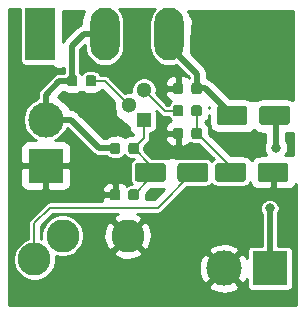
<source format=gbr>
G04 #@! TF.GenerationSoftware,KiCad,Pcbnew,(5.1.0)-1*
G04 #@! TF.CreationDate,2020-12-02T22:17:39+02:00*
G04 #@! TF.ProjectId,Single_transistor_AMP,53696e67-6c65-45f7-9472-616e73697374,V1.0*
G04 #@! TF.SameCoordinates,Original*
G04 #@! TF.FileFunction,Copper,L1,Top*
G04 #@! TF.FilePolarity,Positive*
%FSLAX46Y46*%
G04 Gerber Fmt 4.6, Leading zero omitted, Abs format (unit mm)*
G04 Created by KiCad (PCBNEW (5.1.0)-1) date 2020-12-02 22:17:39*
%MOMM*%
%LPD*%
G04 APERTURE LIST*
%ADD10C,0.100000*%
%ADD11C,0.875000*%
%ADD12O,2.500000X4.500000*%
%ADD13R,2.500000X4.500000*%
%ADD14R,1.300000X1.300000*%
%ADD15C,1.300000*%
%ADD16C,3.000000*%
%ADD17R,3.000000X3.000000*%
%ADD18C,2.800000*%
%ADD19C,1.600000*%
%ADD20C,0.800000*%
%ADD21C,0.500000*%
%ADD22C,0.200000*%
%ADD23C,0.254000*%
G04 APERTURE END LIST*
D10*
G36*
X115022691Y-115731053D02*
G01*
X115043926Y-115734203D01*
X115064750Y-115739419D01*
X115084962Y-115746651D01*
X115104368Y-115755830D01*
X115122781Y-115766866D01*
X115140024Y-115779654D01*
X115155930Y-115794070D01*
X115170346Y-115809976D01*
X115183134Y-115827219D01*
X115194170Y-115845632D01*
X115203349Y-115865038D01*
X115210581Y-115885250D01*
X115215797Y-115906074D01*
X115218947Y-115927309D01*
X115220000Y-115948750D01*
X115220000Y-116461250D01*
X115218947Y-116482691D01*
X115215797Y-116503926D01*
X115210581Y-116524750D01*
X115203349Y-116544962D01*
X115194170Y-116564368D01*
X115183134Y-116582781D01*
X115170346Y-116600024D01*
X115155930Y-116615930D01*
X115140024Y-116630346D01*
X115122781Y-116643134D01*
X115104368Y-116654170D01*
X115084962Y-116663349D01*
X115064750Y-116670581D01*
X115043926Y-116675797D01*
X115022691Y-116678947D01*
X115001250Y-116680000D01*
X114563750Y-116680000D01*
X114542309Y-116678947D01*
X114521074Y-116675797D01*
X114500250Y-116670581D01*
X114480038Y-116663349D01*
X114460632Y-116654170D01*
X114442219Y-116643134D01*
X114424976Y-116630346D01*
X114409070Y-116615930D01*
X114394654Y-116600024D01*
X114381866Y-116582781D01*
X114370830Y-116564368D01*
X114361651Y-116544962D01*
X114354419Y-116524750D01*
X114349203Y-116503926D01*
X114346053Y-116482691D01*
X114345000Y-116461250D01*
X114345000Y-115948750D01*
X114346053Y-115927309D01*
X114349203Y-115906074D01*
X114354419Y-115885250D01*
X114361651Y-115865038D01*
X114370830Y-115845632D01*
X114381866Y-115827219D01*
X114394654Y-115809976D01*
X114409070Y-115794070D01*
X114424976Y-115779654D01*
X114442219Y-115766866D01*
X114460632Y-115755830D01*
X114480038Y-115746651D01*
X114500250Y-115739419D01*
X114521074Y-115734203D01*
X114542309Y-115731053D01*
X114563750Y-115730000D01*
X115001250Y-115730000D01*
X115022691Y-115731053D01*
X115022691Y-115731053D01*
G37*
D11*
X114782500Y-116205000D03*
D10*
G36*
X116597691Y-115731053D02*
G01*
X116618926Y-115734203D01*
X116639750Y-115739419D01*
X116659962Y-115746651D01*
X116679368Y-115755830D01*
X116697781Y-115766866D01*
X116715024Y-115779654D01*
X116730930Y-115794070D01*
X116745346Y-115809976D01*
X116758134Y-115827219D01*
X116769170Y-115845632D01*
X116778349Y-115865038D01*
X116785581Y-115885250D01*
X116790797Y-115906074D01*
X116793947Y-115927309D01*
X116795000Y-115948750D01*
X116795000Y-116461250D01*
X116793947Y-116482691D01*
X116790797Y-116503926D01*
X116785581Y-116524750D01*
X116778349Y-116544962D01*
X116769170Y-116564368D01*
X116758134Y-116582781D01*
X116745346Y-116600024D01*
X116730930Y-116615930D01*
X116715024Y-116630346D01*
X116697781Y-116643134D01*
X116679368Y-116654170D01*
X116659962Y-116663349D01*
X116639750Y-116670581D01*
X116618926Y-116675797D01*
X116597691Y-116678947D01*
X116576250Y-116680000D01*
X116138750Y-116680000D01*
X116117309Y-116678947D01*
X116096074Y-116675797D01*
X116075250Y-116670581D01*
X116055038Y-116663349D01*
X116035632Y-116654170D01*
X116017219Y-116643134D01*
X115999976Y-116630346D01*
X115984070Y-116615930D01*
X115969654Y-116600024D01*
X115956866Y-116582781D01*
X115945830Y-116564368D01*
X115936651Y-116544962D01*
X115929419Y-116524750D01*
X115924203Y-116503926D01*
X115921053Y-116482691D01*
X115920000Y-116461250D01*
X115920000Y-115948750D01*
X115921053Y-115927309D01*
X115924203Y-115906074D01*
X115929419Y-115885250D01*
X115936651Y-115865038D01*
X115945830Y-115845632D01*
X115956866Y-115827219D01*
X115969654Y-115809976D01*
X115984070Y-115794070D01*
X115999976Y-115779654D01*
X116017219Y-115766866D01*
X116035632Y-115755830D01*
X116055038Y-115746651D01*
X116075250Y-115739419D01*
X116096074Y-115734203D01*
X116117309Y-115731053D01*
X116138750Y-115730000D01*
X116576250Y-115730000D01*
X116597691Y-115731053D01*
X116597691Y-115731053D01*
G37*
D11*
X116357500Y-116205000D03*
D10*
G36*
X115022691Y-119541053D02*
G01*
X115043926Y-119544203D01*
X115064750Y-119549419D01*
X115084962Y-119556651D01*
X115104368Y-119565830D01*
X115122781Y-119576866D01*
X115140024Y-119589654D01*
X115155930Y-119604070D01*
X115170346Y-119619976D01*
X115183134Y-119637219D01*
X115194170Y-119655632D01*
X115203349Y-119675038D01*
X115210581Y-119695250D01*
X115215797Y-119716074D01*
X115218947Y-119737309D01*
X115220000Y-119758750D01*
X115220000Y-120271250D01*
X115218947Y-120292691D01*
X115215797Y-120313926D01*
X115210581Y-120334750D01*
X115203349Y-120354962D01*
X115194170Y-120374368D01*
X115183134Y-120392781D01*
X115170346Y-120410024D01*
X115155930Y-120425930D01*
X115140024Y-120440346D01*
X115122781Y-120453134D01*
X115104368Y-120464170D01*
X115084962Y-120473349D01*
X115064750Y-120480581D01*
X115043926Y-120485797D01*
X115022691Y-120488947D01*
X115001250Y-120490000D01*
X114563750Y-120490000D01*
X114542309Y-120488947D01*
X114521074Y-120485797D01*
X114500250Y-120480581D01*
X114480038Y-120473349D01*
X114460632Y-120464170D01*
X114442219Y-120453134D01*
X114424976Y-120440346D01*
X114409070Y-120425930D01*
X114394654Y-120410024D01*
X114381866Y-120392781D01*
X114370830Y-120374368D01*
X114361651Y-120354962D01*
X114354419Y-120334750D01*
X114349203Y-120313926D01*
X114346053Y-120292691D01*
X114345000Y-120271250D01*
X114345000Y-119758750D01*
X114346053Y-119737309D01*
X114349203Y-119716074D01*
X114354419Y-119695250D01*
X114361651Y-119675038D01*
X114370830Y-119655632D01*
X114381866Y-119637219D01*
X114394654Y-119619976D01*
X114409070Y-119604070D01*
X114424976Y-119589654D01*
X114442219Y-119576866D01*
X114460632Y-119565830D01*
X114480038Y-119556651D01*
X114500250Y-119549419D01*
X114521074Y-119544203D01*
X114542309Y-119541053D01*
X114563750Y-119540000D01*
X115001250Y-119540000D01*
X115022691Y-119541053D01*
X115022691Y-119541053D01*
G37*
D11*
X114782500Y-120015000D03*
D10*
G36*
X116597691Y-119541053D02*
G01*
X116618926Y-119544203D01*
X116639750Y-119549419D01*
X116659962Y-119556651D01*
X116679368Y-119565830D01*
X116697781Y-119576866D01*
X116715024Y-119589654D01*
X116730930Y-119604070D01*
X116745346Y-119619976D01*
X116758134Y-119637219D01*
X116769170Y-119655632D01*
X116778349Y-119675038D01*
X116785581Y-119695250D01*
X116790797Y-119716074D01*
X116793947Y-119737309D01*
X116795000Y-119758750D01*
X116795000Y-120271250D01*
X116793947Y-120292691D01*
X116790797Y-120313926D01*
X116785581Y-120334750D01*
X116778349Y-120354962D01*
X116769170Y-120374368D01*
X116758134Y-120392781D01*
X116745346Y-120410024D01*
X116730930Y-120425930D01*
X116715024Y-120440346D01*
X116697781Y-120453134D01*
X116679368Y-120464170D01*
X116659962Y-120473349D01*
X116639750Y-120480581D01*
X116618926Y-120485797D01*
X116597691Y-120488947D01*
X116576250Y-120490000D01*
X116138750Y-120490000D01*
X116117309Y-120488947D01*
X116096074Y-120485797D01*
X116075250Y-120480581D01*
X116055038Y-120473349D01*
X116035632Y-120464170D01*
X116017219Y-120453134D01*
X115999976Y-120440346D01*
X115984070Y-120425930D01*
X115969654Y-120410024D01*
X115956866Y-120392781D01*
X115945830Y-120374368D01*
X115936651Y-120354962D01*
X115929419Y-120334750D01*
X115924203Y-120313926D01*
X115921053Y-120292691D01*
X115920000Y-120271250D01*
X115920000Y-119758750D01*
X115921053Y-119737309D01*
X115924203Y-119716074D01*
X115929419Y-119695250D01*
X115936651Y-119675038D01*
X115945830Y-119655632D01*
X115956866Y-119637219D01*
X115969654Y-119619976D01*
X115984070Y-119604070D01*
X115999976Y-119589654D01*
X116017219Y-119576866D01*
X116035632Y-119565830D01*
X116055038Y-119556651D01*
X116075250Y-119549419D01*
X116096074Y-119544203D01*
X116117309Y-119541053D01*
X116138750Y-119540000D01*
X116576250Y-119540000D01*
X116597691Y-119541053D01*
X116597691Y-119541053D01*
G37*
D11*
X116357500Y-120015000D03*
D10*
G36*
X116597691Y-117636053D02*
G01*
X116618926Y-117639203D01*
X116639750Y-117644419D01*
X116659962Y-117651651D01*
X116679368Y-117660830D01*
X116697781Y-117671866D01*
X116715024Y-117684654D01*
X116730930Y-117699070D01*
X116745346Y-117714976D01*
X116758134Y-117732219D01*
X116769170Y-117750632D01*
X116778349Y-117770038D01*
X116785581Y-117790250D01*
X116790797Y-117811074D01*
X116793947Y-117832309D01*
X116795000Y-117853750D01*
X116795000Y-118366250D01*
X116793947Y-118387691D01*
X116790797Y-118408926D01*
X116785581Y-118429750D01*
X116778349Y-118449962D01*
X116769170Y-118469368D01*
X116758134Y-118487781D01*
X116745346Y-118505024D01*
X116730930Y-118520930D01*
X116715024Y-118535346D01*
X116697781Y-118548134D01*
X116679368Y-118559170D01*
X116659962Y-118568349D01*
X116639750Y-118575581D01*
X116618926Y-118580797D01*
X116597691Y-118583947D01*
X116576250Y-118585000D01*
X116138750Y-118585000D01*
X116117309Y-118583947D01*
X116096074Y-118580797D01*
X116075250Y-118575581D01*
X116055038Y-118568349D01*
X116035632Y-118559170D01*
X116017219Y-118548134D01*
X115999976Y-118535346D01*
X115984070Y-118520930D01*
X115969654Y-118505024D01*
X115956866Y-118487781D01*
X115945830Y-118469368D01*
X115936651Y-118449962D01*
X115929419Y-118429750D01*
X115924203Y-118408926D01*
X115921053Y-118387691D01*
X115920000Y-118366250D01*
X115920000Y-117853750D01*
X115921053Y-117832309D01*
X115924203Y-117811074D01*
X115929419Y-117790250D01*
X115936651Y-117770038D01*
X115945830Y-117750632D01*
X115956866Y-117732219D01*
X115969654Y-117714976D01*
X115984070Y-117699070D01*
X115999976Y-117684654D01*
X116017219Y-117671866D01*
X116035632Y-117660830D01*
X116055038Y-117651651D01*
X116075250Y-117644419D01*
X116096074Y-117639203D01*
X116117309Y-117636053D01*
X116138750Y-117635000D01*
X116576250Y-117635000D01*
X116597691Y-117636053D01*
X116597691Y-117636053D01*
G37*
D11*
X116357500Y-118110000D03*
D10*
G36*
X115022691Y-117636053D02*
G01*
X115043926Y-117639203D01*
X115064750Y-117644419D01*
X115084962Y-117651651D01*
X115104368Y-117660830D01*
X115122781Y-117671866D01*
X115140024Y-117684654D01*
X115155930Y-117699070D01*
X115170346Y-117714976D01*
X115183134Y-117732219D01*
X115194170Y-117750632D01*
X115203349Y-117770038D01*
X115210581Y-117790250D01*
X115215797Y-117811074D01*
X115218947Y-117832309D01*
X115220000Y-117853750D01*
X115220000Y-118366250D01*
X115218947Y-118387691D01*
X115215797Y-118408926D01*
X115210581Y-118429750D01*
X115203349Y-118449962D01*
X115194170Y-118469368D01*
X115183134Y-118487781D01*
X115170346Y-118505024D01*
X115155930Y-118520930D01*
X115140024Y-118535346D01*
X115122781Y-118548134D01*
X115104368Y-118559170D01*
X115084962Y-118568349D01*
X115064750Y-118575581D01*
X115043926Y-118580797D01*
X115022691Y-118583947D01*
X115001250Y-118585000D01*
X114563750Y-118585000D01*
X114542309Y-118583947D01*
X114521074Y-118580797D01*
X114500250Y-118575581D01*
X114480038Y-118568349D01*
X114460632Y-118559170D01*
X114442219Y-118548134D01*
X114424976Y-118535346D01*
X114409070Y-118520930D01*
X114394654Y-118505024D01*
X114381866Y-118487781D01*
X114370830Y-118469368D01*
X114361651Y-118449962D01*
X114354419Y-118429750D01*
X114349203Y-118408926D01*
X114346053Y-118387691D01*
X114345000Y-118366250D01*
X114345000Y-117853750D01*
X114346053Y-117832309D01*
X114349203Y-117811074D01*
X114354419Y-117790250D01*
X114361651Y-117770038D01*
X114370830Y-117750632D01*
X114381866Y-117732219D01*
X114394654Y-117714976D01*
X114409070Y-117699070D01*
X114424976Y-117684654D01*
X114442219Y-117671866D01*
X114460632Y-117660830D01*
X114480038Y-117651651D01*
X114500250Y-117644419D01*
X114521074Y-117639203D01*
X114542309Y-117636053D01*
X114563750Y-117635000D01*
X115001250Y-117635000D01*
X115022691Y-117636053D01*
X115022691Y-117636053D01*
G37*
D11*
X114782500Y-118110000D03*
D10*
G36*
X107644191Y-115096053D02*
G01*
X107665426Y-115099203D01*
X107686250Y-115104419D01*
X107706462Y-115111651D01*
X107725868Y-115120830D01*
X107744281Y-115131866D01*
X107761524Y-115144654D01*
X107777430Y-115159070D01*
X107791846Y-115174976D01*
X107804634Y-115192219D01*
X107815670Y-115210632D01*
X107824849Y-115230038D01*
X107832081Y-115250250D01*
X107837297Y-115271074D01*
X107840447Y-115292309D01*
X107841500Y-115313750D01*
X107841500Y-115826250D01*
X107840447Y-115847691D01*
X107837297Y-115868926D01*
X107832081Y-115889750D01*
X107824849Y-115909962D01*
X107815670Y-115929368D01*
X107804634Y-115947781D01*
X107791846Y-115965024D01*
X107777430Y-115980930D01*
X107761524Y-115995346D01*
X107744281Y-116008134D01*
X107725868Y-116019170D01*
X107706462Y-116028349D01*
X107686250Y-116035581D01*
X107665426Y-116040797D01*
X107644191Y-116043947D01*
X107622750Y-116045000D01*
X107185250Y-116045000D01*
X107163809Y-116043947D01*
X107142574Y-116040797D01*
X107121750Y-116035581D01*
X107101538Y-116028349D01*
X107082132Y-116019170D01*
X107063719Y-116008134D01*
X107046476Y-115995346D01*
X107030570Y-115980930D01*
X107016154Y-115965024D01*
X107003366Y-115947781D01*
X106992330Y-115929368D01*
X106983151Y-115909962D01*
X106975919Y-115889750D01*
X106970703Y-115868926D01*
X106967553Y-115847691D01*
X106966500Y-115826250D01*
X106966500Y-115313750D01*
X106967553Y-115292309D01*
X106970703Y-115271074D01*
X106975919Y-115250250D01*
X106983151Y-115230038D01*
X106992330Y-115210632D01*
X107003366Y-115192219D01*
X107016154Y-115174976D01*
X107030570Y-115159070D01*
X107046476Y-115144654D01*
X107063719Y-115131866D01*
X107082132Y-115120830D01*
X107101538Y-115111651D01*
X107121750Y-115104419D01*
X107142574Y-115099203D01*
X107163809Y-115096053D01*
X107185250Y-115095000D01*
X107622750Y-115095000D01*
X107644191Y-115096053D01*
X107644191Y-115096053D01*
G37*
D11*
X107404000Y-115570000D03*
D10*
G36*
X106069191Y-115096053D02*
G01*
X106090426Y-115099203D01*
X106111250Y-115104419D01*
X106131462Y-115111651D01*
X106150868Y-115120830D01*
X106169281Y-115131866D01*
X106186524Y-115144654D01*
X106202430Y-115159070D01*
X106216846Y-115174976D01*
X106229634Y-115192219D01*
X106240670Y-115210632D01*
X106249849Y-115230038D01*
X106257081Y-115250250D01*
X106262297Y-115271074D01*
X106265447Y-115292309D01*
X106266500Y-115313750D01*
X106266500Y-115826250D01*
X106265447Y-115847691D01*
X106262297Y-115868926D01*
X106257081Y-115889750D01*
X106249849Y-115909962D01*
X106240670Y-115929368D01*
X106229634Y-115947781D01*
X106216846Y-115965024D01*
X106202430Y-115980930D01*
X106186524Y-115995346D01*
X106169281Y-116008134D01*
X106150868Y-116019170D01*
X106131462Y-116028349D01*
X106111250Y-116035581D01*
X106090426Y-116040797D01*
X106069191Y-116043947D01*
X106047750Y-116045000D01*
X105610250Y-116045000D01*
X105588809Y-116043947D01*
X105567574Y-116040797D01*
X105546750Y-116035581D01*
X105526538Y-116028349D01*
X105507132Y-116019170D01*
X105488719Y-116008134D01*
X105471476Y-115995346D01*
X105455570Y-115980930D01*
X105441154Y-115965024D01*
X105428366Y-115947781D01*
X105417330Y-115929368D01*
X105408151Y-115909962D01*
X105400919Y-115889750D01*
X105395703Y-115868926D01*
X105392553Y-115847691D01*
X105391500Y-115826250D01*
X105391500Y-115313750D01*
X105392553Y-115292309D01*
X105395703Y-115271074D01*
X105400919Y-115250250D01*
X105408151Y-115230038D01*
X105417330Y-115210632D01*
X105428366Y-115192219D01*
X105441154Y-115174976D01*
X105455570Y-115159070D01*
X105471476Y-115144654D01*
X105488719Y-115131866D01*
X105507132Y-115120830D01*
X105526538Y-115111651D01*
X105546750Y-115104419D01*
X105567574Y-115099203D01*
X105588809Y-115096053D01*
X105610250Y-115095000D01*
X106047750Y-115095000D01*
X106069191Y-115096053D01*
X106069191Y-115096053D01*
G37*
D11*
X105829000Y-115570000D03*
D10*
G36*
X109688691Y-124748053D02*
G01*
X109709926Y-124751203D01*
X109730750Y-124756419D01*
X109750962Y-124763651D01*
X109770368Y-124772830D01*
X109788781Y-124783866D01*
X109806024Y-124796654D01*
X109821930Y-124811070D01*
X109836346Y-124826976D01*
X109849134Y-124844219D01*
X109860170Y-124862632D01*
X109869349Y-124882038D01*
X109876581Y-124902250D01*
X109881797Y-124923074D01*
X109884947Y-124944309D01*
X109886000Y-124965750D01*
X109886000Y-125478250D01*
X109884947Y-125499691D01*
X109881797Y-125520926D01*
X109876581Y-125541750D01*
X109869349Y-125561962D01*
X109860170Y-125581368D01*
X109849134Y-125599781D01*
X109836346Y-125617024D01*
X109821930Y-125632930D01*
X109806024Y-125647346D01*
X109788781Y-125660134D01*
X109770368Y-125671170D01*
X109750962Y-125680349D01*
X109730750Y-125687581D01*
X109709926Y-125692797D01*
X109688691Y-125695947D01*
X109667250Y-125697000D01*
X109229750Y-125697000D01*
X109208309Y-125695947D01*
X109187074Y-125692797D01*
X109166250Y-125687581D01*
X109146038Y-125680349D01*
X109126632Y-125671170D01*
X109108219Y-125660134D01*
X109090976Y-125647346D01*
X109075070Y-125632930D01*
X109060654Y-125617024D01*
X109047866Y-125599781D01*
X109036830Y-125581368D01*
X109027651Y-125561962D01*
X109020419Y-125541750D01*
X109015203Y-125520926D01*
X109012053Y-125499691D01*
X109011000Y-125478250D01*
X109011000Y-124965750D01*
X109012053Y-124944309D01*
X109015203Y-124923074D01*
X109020419Y-124902250D01*
X109027651Y-124882038D01*
X109036830Y-124862632D01*
X109047866Y-124844219D01*
X109060654Y-124826976D01*
X109075070Y-124811070D01*
X109090976Y-124796654D01*
X109108219Y-124783866D01*
X109126632Y-124772830D01*
X109146038Y-124763651D01*
X109166250Y-124756419D01*
X109187074Y-124751203D01*
X109208309Y-124748053D01*
X109229750Y-124747000D01*
X109667250Y-124747000D01*
X109688691Y-124748053D01*
X109688691Y-124748053D01*
G37*
D11*
X109448500Y-125222000D03*
D10*
G36*
X111263691Y-124748053D02*
G01*
X111284926Y-124751203D01*
X111305750Y-124756419D01*
X111325962Y-124763651D01*
X111345368Y-124772830D01*
X111363781Y-124783866D01*
X111381024Y-124796654D01*
X111396930Y-124811070D01*
X111411346Y-124826976D01*
X111424134Y-124844219D01*
X111435170Y-124862632D01*
X111444349Y-124882038D01*
X111451581Y-124902250D01*
X111456797Y-124923074D01*
X111459947Y-124944309D01*
X111461000Y-124965750D01*
X111461000Y-125478250D01*
X111459947Y-125499691D01*
X111456797Y-125520926D01*
X111451581Y-125541750D01*
X111444349Y-125561962D01*
X111435170Y-125581368D01*
X111424134Y-125599781D01*
X111411346Y-125617024D01*
X111396930Y-125632930D01*
X111381024Y-125647346D01*
X111363781Y-125660134D01*
X111345368Y-125671170D01*
X111325962Y-125680349D01*
X111305750Y-125687581D01*
X111284926Y-125692797D01*
X111263691Y-125695947D01*
X111242250Y-125697000D01*
X110804750Y-125697000D01*
X110783309Y-125695947D01*
X110762074Y-125692797D01*
X110741250Y-125687581D01*
X110721038Y-125680349D01*
X110701632Y-125671170D01*
X110683219Y-125660134D01*
X110665976Y-125647346D01*
X110650070Y-125632930D01*
X110635654Y-125617024D01*
X110622866Y-125599781D01*
X110611830Y-125581368D01*
X110602651Y-125561962D01*
X110595419Y-125541750D01*
X110590203Y-125520926D01*
X110587053Y-125499691D01*
X110586000Y-125478250D01*
X110586000Y-124965750D01*
X110587053Y-124944309D01*
X110590203Y-124923074D01*
X110595419Y-124902250D01*
X110602651Y-124882038D01*
X110611830Y-124862632D01*
X110622866Y-124844219D01*
X110635654Y-124826976D01*
X110650070Y-124811070D01*
X110665976Y-124796654D01*
X110683219Y-124783866D01*
X110701632Y-124772830D01*
X110721038Y-124763651D01*
X110741250Y-124756419D01*
X110762074Y-124751203D01*
X110783309Y-124748053D01*
X110804750Y-124747000D01*
X111242250Y-124747000D01*
X111263691Y-124748053D01*
X111263691Y-124748053D01*
G37*
D11*
X111023500Y-125222000D03*
D10*
G36*
X111263691Y-120811053D02*
G01*
X111284926Y-120814203D01*
X111305750Y-120819419D01*
X111325962Y-120826651D01*
X111345368Y-120835830D01*
X111363781Y-120846866D01*
X111381024Y-120859654D01*
X111396930Y-120874070D01*
X111411346Y-120889976D01*
X111424134Y-120907219D01*
X111435170Y-120925632D01*
X111444349Y-120945038D01*
X111451581Y-120965250D01*
X111456797Y-120986074D01*
X111459947Y-121007309D01*
X111461000Y-121028750D01*
X111461000Y-121541250D01*
X111459947Y-121562691D01*
X111456797Y-121583926D01*
X111451581Y-121604750D01*
X111444349Y-121624962D01*
X111435170Y-121644368D01*
X111424134Y-121662781D01*
X111411346Y-121680024D01*
X111396930Y-121695930D01*
X111381024Y-121710346D01*
X111363781Y-121723134D01*
X111345368Y-121734170D01*
X111325962Y-121743349D01*
X111305750Y-121750581D01*
X111284926Y-121755797D01*
X111263691Y-121758947D01*
X111242250Y-121760000D01*
X110804750Y-121760000D01*
X110783309Y-121758947D01*
X110762074Y-121755797D01*
X110741250Y-121750581D01*
X110721038Y-121743349D01*
X110701632Y-121734170D01*
X110683219Y-121723134D01*
X110665976Y-121710346D01*
X110650070Y-121695930D01*
X110635654Y-121680024D01*
X110622866Y-121662781D01*
X110611830Y-121644368D01*
X110602651Y-121624962D01*
X110595419Y-121604750D01*
X110590203Y-121583926D01*
X110587053Y-121562691D01*
X110586000Y-121541250D01*
X110586000Y-121028750D01*
X110587053Y-121007309D01*
X110590203Y-120986074D01*
X110595419Y-120965250D01*
X110602651Y-120945038D01*
X110611830Y-120925632D01*
X110622866Y-120907219D01*
X110635654Y-120889976D01*
X110650070Y-120874070D01*
X110665976Y-120859654D01*
X110683219Y-120846866D01*
X110701632Y-120835830D01*
X110721038Y-120826651D01*
X110741250Y-120819419D01*
X110762074Y-120814203D01*
X110783309Y-120811053D01*
X110804750Y-120810000D01*
X111242250Y-120810000D01*
X111263691Y-120811053D01*
X111263691Y-120811053D01*
G37*
D11*
X111023500Y-121285000D03*
D10*
G36*
X109688691Y-120811053D02*
G01*
X109709926Y-120814203D01*
X109730750Y-120819419D01*
X109750962Y-120826651D01*
X109770368Y-120835830D01*
X109788781Y-120846866D01*
X109806024Y-120859654D01*
X109821930Y-120874070D01*
X109836346Y-120889976D01*
X109849134Y-120907219D01*
X109860170Y-120925632D01*
X109869349Y-120945038D01*
X109876581Y-120965250D01*
X109881797Y-120986074D01*
X109884947Y-121007309D01*
X109886000Y-121028750D01*
X109886000Y-121541250D01*
X109884947Y-121562691D01*
X109881797Y-121583926D01*
X109876581Y-121604750D01*
X109869349Y-121624962D01*
X109860170Y-121644368D01*
X109849134Y-121662781D01*
X109836346Y-121680024D01*
X109821930Y-121695930D01*
X109806024Y-121710346D01*
X109788781Y-121723134D01*
X109770368Y-121734170D01*
X109750962Y-121743349D01*
X109730750Y-121750581D01*
X109709926Y-121755797D01*
X109688691Y-121758947D01*
X109667250Y-121760000D01*
X109229750Y-121760000D01*
X109208309Y-121758947D01*
X109187074Y-121755797D01*
X109166250Y-121750581D01*
X109146038Y-121743349D01*
X109126632Y-121734170D01*
X109108219Y-121723134D01*
X109090976Y-121710346D01*
X109075070Y-121695930D01*
X109060654Y-121680024D01*
X109047866Y-121662781D01*
X109036830Y-121644368D01*
X109027651Y-121624962D01*
X109020419Y-121604750D01*
X109015203Y-121583926D01*
X109012053Y-121562691D01*
X109011000Y-121541250D01*
X109011000Y-121028750D01*
X109012053Y-121007309D01*
X109015203Y-120986074D01*
X109020419Y-120965250D01*
X109027651Y-120945038D01*
X109036830Y-120925632D01*
X109047866Y-120907219D01*
X109060654Y-120889976D01*
X109075070Y-120874070D01*
X109090976Y-120859654D01*
X109108219Y-120846866D01*
X109126632Y-120835830D01*
X109146038Y-120826651D01*
X109166250Y-120819419D01*
X109187074Y-120814203D01*
X109208309Y-120811053D01*
X109229750Y-120810000D01*
X109667250Y-120810000D01*
X109688691Y-120811053D01*
X109688691Y-120811053D01*
G37*
D11*
X109448500Y-121285000D03*
D12*
X114024000Y-111633000D03*
X108574000Y-111633000D03*
D13*
X103124000Y-111633000D03*
D14*
X111887000Y-118872000D03*
D15*
X111887000Y-116332000D03*
X110617000Y-117602000D03*
D16*
X118675000Y-131445000D03*
D17*
X122555000Y-131445000D03*
D18*
X110516000Y-128683000D03*
X105016000Y-128683000D03*
X102616000Y-130683000D03*
D10*
G36*
X124032504Y-117692204D02*
G01*
X124056773Y-117695804D01*
X124080571Y-117701765D01*
X124103671Y-117710030D01*
X124125849Y-117720520D01*
X124146893Y-117733133D01*
X124166598Y-117747747D01*
X124184777Y-117764223D01*
X124201253Y-117782402D01*
X124215867Y-117802107D01*
X124228480Y-117823151D01*
X124238970Y-117845329D01*
X124247235Y-117868429D01*
X124253196Y-117892227D01*
X124256796Y-117916496D01*
X124258000Y-117941000D01*
X124258000Y-119041000D01*
X124256796Y-119065504D01*
X124253196Y-119089773D01*
X124247235Y-119113571D01*
X124238970Y-119136671D01*
X124228480Y-119158849D01*
X124215867Y-119179893D01*
X124201253Y-119199598D01*
X124184777Y-119217777D01*
X124166598Y-119234253D01*
X124146893Y-119248867D01*
X124125849Y-119261480D01*
X124103671Y-119271970D01*
X124080571Y-119280235D01*
X124056773Y-119286196D01*
X124032504Y-119289796D01*
X124008000Y-119291000D01*
X121908000Y-119291000D01*
X121883496Y-119289796D01*
X121859227Y-119286196D01*
X121835429Y-119280235D01*
X121812329Y-119271970D01*
X121790151Y-119261480D01*
X121769107Y-119248867D01*
X121749402Y-119234253D01*
X121731223Y-119217777D01*
X121714747Y-119199598D01*
X121700133Y-119179893D01*
X121687520Y-119158849D01*
X121677030Y-119136671D01*
X121668765Y-119113571D01*
X121662804Y-119089773D01*
X121659204Y-119065504D01*
X121658000Y-119041000D01*
X121658000Y-117941000D01*
X121659204Y-117916496D01*
X121662804Y-117892227D01*
X121668765Y-117868429D01*
X121677030Y-117845329D01*
X121687520Y-117823151D01*
X121700133Y-117802107D01*
X121714747Y-117782402D01*
X121731223Y-117764223D01*
X121749402Y-117747747D01*
X121769107Y-117733133D01*
X121790151Y-117720520D01*
X121812329Y-117710030D01*
X121835429Y-117701765D01*
X121859227Y-117695804D01*
X121883496Y-117692204D01*
X121908000Y-117691000D01*
X124008000Y-117691000D01*
X124032504Y-117692204D01*
X124032504Y-117692204D01*
G37*
D19*
X122958000Y-118491000D03*
D10*
G36*
X120432504Y-117692204D02*
G01*
X120456773Y-117695804D01*
X120480571Y-117701765D01*
X120503671Y-117710030D01*
X120525849Y-117720520D01*
X120546893Y-117733133D01*
X120566598Y-117747747D01*
X120584777Y-117764223D01*
X120601253Y-117782402D01*
X120615867Y-117802107D01*
X120628480Y-117823151D01*
X120638970Y-117845329D01*
X120647235Y-117868429D01*
X120653196Y-117892227D01*
X120656796Y-117916496D01*
X120658000Y-117941000D01*
X120658000Y-119041000D01*
X120656796Y-119065504D01*
X120653196Y-119089773D01*
X120647235Y-119113571D01*
X120638970Y-119136671D01*
X120628480Y-119158849D01*
X120615867Y-119179893D01*
X120601253Y-119199598D01*
X120584777Y-119217777D01*
X120566598Y-119234253D01*
X120546893Y-119248867D01*
X120525849Y-119261480D01*
X120503671Y-119271970D01*
X120480571Y-119280235D01*
X120456773Y-119286196D01*
X120432504Y-119289796D01*
X120408000Y-119291000D01*
X118308000Y-119291000D01*
X118283496Y-119289796D01*
X118259227Y-119286196D01*
X118235429Y-119280235D01*
X118212329Y-119271970D01*
X118190151Y-119261480D01*
X118169107Y-119248867D01*
X118149402Y-119234253D01*
X118131223Y-119217777D01*
X118114747Y-119199598D01*
X118100133Y-119179893D01*
X118087520Y-119158849D01*
X118077030Y-119136671D01*
X118068765Y-119113571D01*
X118062804Y-119089773D01*
X118059204Y-119065504D01*
X118058000Y-119041000D01*
X118058000Y-117941000D01*
X118059204Y-117916496D01*
X118062804Y-117892227D01*
X118068765Y-117868429D01*
X118077030Y-117845329D01*
X118087520Y-117823151D01*
X118100133Y-117802107D01*
X118114747Y-117782402D01*
X118131223Y-117764223D01*
X118149402Y-117747747D01*
X118169107Y-117733133D01*
X118190151Y-117720520D01*
X118212329Y-117710030D01*
X118235429Y-117701765D01*
X118259227Y-117695804D01*
X118283496Y-117692204D01*
X118308000Y-117691000D01*
X120408000Y-117691000D01*
X120432504Y-117692204D01*
X120432504Y-117692204D01*
G37*
D19*
X119358000Y-118491000D03*
D10*
G36*
X123905504Y-122518204D02*
G01*
X123929773Y-122521804D01*
X123953571Y-122527765D01*
X123976671Y-122536030D01*
X123998849Y-122546520D01*
X124019893Y-122559133D01*
X124039598Y-122573747D01*
X124057777Y-122590223D01*
X124074253Y-122608402D01*
X124088867Y-122628107D01*
X124101480Y-122649151D01*
X124111970Y-122671329D01*
X124120235Y-122694429D01*
X124126196Y-122718227D01*
X124129796Y-122742496D01*
X124131000Y-122767000D01*
X124131000Y-123867000D01*
X124129796Y-123891504D01*
X124126196Y-123915773D01*
X124120235Y-123939571D01*
X124111970Y-123962671D01*
X124101480Y-123984849D01*
X124088867Y-124005893D01*
X124074253Y-124025598D01*
X124057777Y-124043777D01*
X124039598Y-124060253D01*
X124019893Y-124074867D01*
X123998849Y-124087480D01*
X123976671Y-124097970D01*
X123953571Y-124106235D01*
X123929773Y-124112196D01*
X123905504Y-124115796D01*
X123881000Y-124117000D01*
X121781000Y-124117000D01*
X121756496Y-124115796D01*
X121732227Y-124112196D01*
X121708429Y-124106235D01*
X121685329Y-124097970D01*
X121663151Y-124087480D01*
X121642107Y-124074867D01*
X121622402Y-124060253D01*
X121604223Y-124043777D01*
X121587747Y-124025598D01*
X121573133Y-124005893D01*
X121560520Y-123984849D01*
X121550030Y-123962671D01*
X121541765Y-123939571D01*
X121535804Y-123915773D01*
X121532204Y-123891504D01*
X121531000Y-123867000D01*
X121531000Y-122767000D01*
X121532204Y-122742496D01*
X121535804Y-122718227D01*
X121541765Y-122694429D01*
X121550030Y-122671329D01*
X121560520Y-122649151D01*
X121573133Y-122628107D01*
X121587747Y-122608402D01*
X121604223Y-122590223D01*
X121622402Y-122573747D01*
X121642107Y-122559133D01*
X121663151Y-122546520D01*
X121685329Y-122536030D01*
X121708429Y-122527765D01*
X121732227Y-122521804D01*
X121756496Y-122518204D01*
X121781000Y-122517000D01*
X123881000Y-122517000D01*
X123905504Y-122518204D01*
X123905504Y-122518204D01*
G37*
D19*
X122831000Y-123317000D03*
D10*
G36*
X120305504Y-122518204D02*
G01*
X120329773Y-122521804D01*
X120353571Y-122527765D01*
X120376671Y-122536030D01*
X120398849Y-122546520D01*
X120419893Y-122559133D01*
X120439598Y-122573747D01*
X120457777Y-122590223D01*
X120474253Y-122608402D01*
X120488867Y-122628107D01*
X120501480Y-122649151D01*
X120511970Y-122671329D01*
X120520235Y-122694429D01*
X120526196Y-122718227D01*
X120529796Y-122742496D01*
X120531000Y-122767000D01*
X120531000Y-123867000D01*
X120529796Y-123891504D01*
X120526196Y-123915773D01*
X120520235Y-123939571D01*
X120511970Y-123962671D01*
X120501480Y-123984849D01*
X120488867Y-124005893D01*
X120474253Y-124025598D01*
X120457777Y-124043777D01*
X120439598Y-124060253D01*
X120419893Y-124074867D01*
X120398849Y-124087480D01*
X120376671Y-124097970D01*
X120353571Y-124106235D01*
X120329773Y-124112196D01*
X120305504Y-124115796D01*
X120281000Y-124117000D01*
X118181000Y-124117000D01*
X118156496Y-124115796D01*
X118132227Y-124112196D01*
X118108429Y-124106235D01*
X118085329Y-124097970D01*
X118063151Y-124087480D01*
X118042107Y-124074867D01*
X118022402Y-124060253D01*
X118004223Y-124043777D01*
X117987747Y-124025598D01*
X117973133Y-124005893D01*
X117960520Y-123984849D01*
X117950030Y-123962671D01*
X117941765Y-123939571D01*
X117935804Y-123915773D01*
X117932204Y-123891504D01*
X117931000Y-123867000D01*
X117931000Y-122767000D01*
X117932204Y-122742496D01*
X117935804Y-122718227D01*
X117941765Y-122694429D01*
X117950030Y-122671329D01*
X117960520Y-122649151D01*
X117973133Y-122628107D01*
X117987747Y-122608402D01*
X118004223Y-122590223D01*
X118022402Y-122573747D01*
X118042107Y-122559133D01*
X118063151Y-122546520D01*
X118085329Y-122536030D01*
X118108429Y-122527765D01*
X118132227Y-122521804D01*
X118156496Y-122518204D01*
X118181000Y-122517000D01*
X120281000Y-122517000D01*
X120305504Y-122518204D01*
X120305504Y-122518204D01*
G37*
D19*
X119231000Y-123317000D03*
D10*
G36*
X113511004Y-122518204D02*
G01*
X113535273Y-122521804D01*
X113559071Y-122527765D01*
X113582171Y-122536030D01*
X113604349Y-122546520D01*
X113625393Y-122559133D01*
X113645098Y-122573747D01*
X113663277Y-122590223D01*
X113679753Y-122608402D01*
X113694367Y-122628107D01*
X113706980Y-122649151D01*
X113717470Y-122671329D01*
X113725735Y-122694429D01*
X113731696Y-122718227D01*
X113735296Y-122742496D01*
X113736500Y-122767000D01*
X113736500Y-123867000D01*
X113735296Y-123891504D01*
X113731696Y-123915773D01*
X113725735Y-123939571D01*
X113717470Y-123962671D01*
X113706980Y-123984849D01*
X113694367Y-124005893D01*
X113679753Y-124025598D01*
X113663277Y-124043777D01*
X113645098Y-124060253D01*
X113625393Y-124074867D01*
X113604349Y-124087480D01*
X113582171Y-124097970D01*
X113559071Y-124106235D01*
X113535273Y-124112196D01*
X113511004Y-124115796D01*
X113486500Y-124117000D01*
X111386500Y-124117000D01*
X111361996Y-124115796D01*
X111337727Y-124112196D01*
X111313929Y-124106235D01*
X111290829Y-124097970D01*
X111268651Y-124087480D01*
X111247607Y-124074867D01*
X111227902Y-124060253D01*
X111209723Y-124043777D01*
X111193247Y-124025598D01*
X111178633Y-124005893D01*
X111166020Y-123984849D01*
X111155530Y-123962671D01*
X111147265Y-123939571D01*
X111141304Y-123915773D01*
X111137704Y-123891504D01*
X111136500Y-123867000D01*
X111136500Y-122767000D01*
X111137704Y-122742496D01*
X111141304Y-122718227D01*
X111147265Y-122694429D01*
X111155530Y-122671329D01*
X111166020Y-122649151D01*
X111178633Y-122628107D01*
X111193247Y-122608402D01*
X111209723Y-122590223D01*
X111227902Y-122573747D01*
X111247607Y-122559133D01*
X111268651Y-122546520D01*
X111290829Y-122536030D01*
X111313929Y-122527765D01*
X111337727Y-122521804D01*
X111361996Y-122518204D01*
X111386500Y-122517000D01*
X113486500Y-122517000D01*
X113511004Y-122518204D01*
X113511004Y-122518204D01*
G37*
D19*
X112436500Y-123317000D03*
D10*
G36*
X117111004Y-122518204D02*
G01*
X117135273Y-122521804D01*
X117159071Y-122527765D01*
X117182171Y-122536030D01*
X117204349Y-122546520D01*
X117225393Y-122559133D01*
X117245098Y-122573747D01*
X117263277Y-122590223D01*
X117279753Y-122608402D01*
X117294367Y-122628107D01*
X117306980Y-122649151D01*
X117317470Y-122671329D01*
X117325735Y-122694429D01*
X117331696Y-122718227D01*
X117335296Y-122742496D01*
X117336500Y-122767000D01*
X117336500Y-123867000D01*
X117335296Y-123891504D01*
X117331696Y-123915773D01*
X117325735Y-123939571D01*
X117317470Y-123962671D01*
X117306980Y-123984849D01*
X117294367Y-124005893D01*
X117279753Y-124025598D01*
X117263277Y-124043777D01*
X117245098Y-124060253D01*
X117225393Y-124074867D01*
X117204349Y-124087480D01*
X117182171Y-124097970D01*
X117159071Y-124106235D01*
X117135273Y-124112196D01*
X117111004Y-124115796D01*
X117086500Y-124117000D01*
X114986500Y-124117000D01*
X114961996Y-124115796D01*
X114937727Y-124112196D01*
X114913929Y-124106235D01*
X114890829Y-124097970D01*
X114868651Y-124087480D01*
X114847607Y-124074867D01*
X114827902Y-124060253D01*
X114809723Y-124043777D01*
X114793247Y-124025598D01*
X114778633Y-124005893D01*
X114766020Y-123984849D01*
X114755530Y-123962671D01*
X114747265Y-123939571D01*
X114741304Y-123915773D01*
X114737704Y-123891504D01*
X114736500Y-123867000D01*
X114736500Y-122767000D01*
X114737704Y-122742496D01*
X114741304Y-122718227D01*
X114747265Y-122694429D01*
X114755530Y-122671329D01*
X114766020Y-122649151D01*
X114778633Y-122628107D01*
X114793247Y-122608402D01*
X114809723Y-122590223D01*
X114827902Y-122573747D01*
X114847607Y-122559133D01*
X114868651Y-122546520D01*
X114890829Y-122536030D01*
X114913929Y-122527765D01*
X114937727Y-122521804D01*
X114961996Y-122518204D01*
X114986500Y-122517000D01*
X117086500Y-122517000D01*
X117111004Y-122518204D01*
X117111004Y-122518204D01*
G37*
D19*
X116036500Y-123317000D03*
D17*
X103568500Y-122745500D03*
D16*
X103568500Y-118865500D03*
D20*
X114782500Y-120015000D03*
X114782500Y-116205000D03*
X122555000Y-126365000D03*
X123063000Y-121221500D03*
X107404000Y-115570000D03*
D21*
X122555000Y-131445000D02*
X122555000Y-126365000D01*
X123063000Y-118596000D02*
X122958000Y-118491000D01*
X123063000Y-121221500D02*
X123063000Y-118596000D01*
D22*
X112436500Y-122698000D02*
X112436500Y-123317000D01*
X111023500Y-121285000D02*
X112436500Y-122698000D01*
X111887000Y-120421500D02*
X111023500Y-121285000D01*
X111887000Y-118872000D02*
X111887000Y-120421500D01*
X112436500Y-123809000D02*
X112436500Y-123317000D01*
X111023500Y-125222000D02*
X112436500Y-123809000D01*
X113665000Y-118110000D02*
X114782500Y-118110000D01*
X111887000Y-116332000D02*
X113665000Y-118110000D01*
D21*
X116357500Y-115630000D02*
X116357500Y-116205000D01*
X116357500Y-114966500D02*
X116357500Y-115630000D01*
X114024000Y-112633000D02*
X116357500Y-114966500D01*
X114024000Y-111633000D02*
X114024000Y-112633000D01*
X117072000Y-116205000D02*
X119358000Y-118491000D01*
X116357500Y-116205000D02*
X117072000Y-116205000D01*
D22*
X116357500Y-118110000D02*
X116357500Y-120015000D01*
X119231000Y-122888500D02*
X119231000Y-123317000D01*
X116357500Y-120015000D02*
X119231000Y-122888500D01*
X113056490Y-126297010D02*
X116036500Y-123317000D01*
X103953990Y-126297010D02*
X113056490Y-126297010D01*
X102616000Y-127635000D02*
X103953990Y-126297010D01*
X102616000Y-130683000D02*
X102616000Y-127635000D01*
X108585000Y-115570000D02*
X107404000Y-115570000D01*
X110617000Y-117602000D02*
X108585000Y-115570000D01*
D21*
X103568500Y-116744180D02*
X104742680Y-115570000D01*
X103568500Y-118865500D02*
X103568500Y-116744180D01*
X103568500Y-118865500D02*
X105689820Y-118865500D01*
X108109320Y-121285000D02*
X109448500Y-121285000D01*
X105689820Y-118865500D02*
X108109320Y-121285000D01*
X104742680Y-115570000D02*
X105829000Y-115570000D01*
X106824000Y-111633000D02*
X108574000Y-111633000D01*
X105829000Y-112628000D02*
X106824000Y-111633000D01*
X105829000Y-115570000D02*
X105829000Y-112628000D01*
D23*
G36*
X101444934Y-113883000D02*
G01*
X101453178Y-113966707D01*
X101477595Y-114047196D01*
X101517245Y-114121376D01*
X101570605Y-114186395D01*
X101635624Y-114239755D01*
X101709804Y-114279405D01*
X101790293Y-114303822D01*
X101874000Y-114312066D01*
X104149619Y-114312066D01*
X104151138Y-114314415D01*
X104237827Y-114403750D01*
X104340278Y-114474457D01*
X104454555Y-114523817D01*
X104576266Y-114549935D01*
X104700734Y-114551807D01*
X105152000Y-114514201D01*
X105152000Y-114855888D01*
X105121543Y-114893000D01*
X104775921Y-114893000D01*
X104742679Y-114889726D01*
X104709437Y-114893000D01*
X104709428Y-114893000D01*
X104609965Y-114902796D01*
X104482350Y-114941508D01*
X104364739Y-115004372D01*
X104261653Y-115088973D01*
X104240454Y-115114804D01*
X103113300Y-116241958D01*
X103087474Y-116263153D01*
X103066279Y-116288979D01*
X103066276Y-116288982D01*
X103002872Y-116366240D01*
X102940008Y-116483851D01*
X102901296Y-116611466D01*
X102888226Y-116744180D01*
X102891501Y-116777434D01*
X102891501Y-117060152D01*
X102655723Y-117157815D01*
X102340109Y-117368701D01*
X102071701Y-117637109D01*
X101860815Y-117952723D01*
X101715553Y-118303415D01*
X101641500Y-118675707D01*
X101641500Y-119055293D01*
X101715553Y-119427585D01*
X101860815Y-119778277D01*
X102071701Y-120093891D01*
X102340109Y-120362299D01*
X102655723Y-120573185D01*
X102742509Y-120609133D01*
X102068500Y-120607428D01*
X101944018Y-120619688D01*
X101824320Y-120655998D01*
X101714006Y-120714963D01*
X101617315Y-120794315D01*
X101537963Y-120891006D01*
X101478998Y-121001320D01*
X101442688Y-121121018D01*
X101430428Y-121245500D01*
X101433500Y-122459750D01*
X101592250Y-122618500D01*
X103441500Y-122618500D01*
X103441500Y-122598500D01*
X103695500Y-122598500D01*
X103695500Y-122618500D01*
X105544750Y-122618500D01*
X105703500Y-122459750D01*
X105706572Y-121245500D01*
X105694312Y-121121018D01*
X105658002Y-121001320D01*
X105599037Y-120891006D01*
X105519685Y-120794315D01*
X105422994Y-120714963D01*
X105312680Y-120655998D01*
X105192982Y-120619688D01*
X105068500Y-120607428D01*
X104394491Y-120609133D01*
X104481277Y-120573185D01*
X104796891Y-120362299D01*
X105065299Y-120093891D01*
X105276185Y-119778277D01*
X105373847Y-119542500D01*
X105409398Y-119542500D01*
X107607098Y-121740201D01*
X107628293Y-121766027D01*
X107654119Y-121787222D01*
X107654121Y-121787224D01*
X107731379Y-121850628D01*
X107848990Y-121913492D01*
X107976605Y-121952204D01*
X108109320Y-121965275D01*
X108142572Y-121962000D01*
X108741043Y-121962000D01*
X108771675Y-121999325D01*
X108869843Y-122079889D01*
X108981842Y-122139754D01*
X109103367Y-122176618D01*
X109229750Y-122189066D01*
X109667250Y-122189066D01*
X109793633Y-122176618D01*
X109915158Y-122139754D01*
X110027157Y-122079889D01*
X110125325Y-121999325D01*
X110205889Y-121901157D01*
X110236000Y-121844824D01*
X110266111Y-121901157D01*
X110346675Y-121999325D01*
X110444843Y-122079889D01*
X110556842Y-122139754D01*
X110678367Y-122176618D01*
X110804750Y-122189066D01*
X111034134Y-122189066D01*
X111009231Y-122202377D01*
X110906328Y-122286828D01*
X110821877Y-122389731D01*
X110759125Y-122507133D01*
X110720482Y-122634521D01*
X110707434Y-122767000D01*
X110707434Y-123867000D01*
X110720482Y-123999479D01*
X110759125Y-124126867D01*
X110821877Y-124244269D01*
X110882333Y-124317934D01*
X110804750Y-124317934D01*
X110678367Y-124330382D01*
X110556842Y-124367246D01*
X110444843Y-124427111D01*
X110438025Y-124432706D01*
X110416537Y-124392506D01*
X110337185Y-124295815D01*
X110240494Y-124216463D01*
X110130180Y-124157498D01*
X110010482Y-124121188D01*
X109886000Y-124108928D01*
X109734250Y-124112000D01*
X109575500Y-124270750D01*
X109575500Y-125095000D01*
X109595500Y-125095000D01*
X109595500Y-125349000D01*
X109575500Y-125349000D01*
X109575500Y-125369000D01*
X109321500Y-125369000D01*
X109321500Y-125349000D01*
X108534750Y-125349000D01*
X108376000Y-125507750D01*
X108372928Y-125697000D01*
X108380119Y-125770010D01*
X103979871Y-125770010D01*
X103953990Y-125767461D01*
X103928109Y-125770010D01*
X103850680Y-125777636D01*
X103751340Y-125807771D01*
X103659788Y-125856706D01*
X103579542Y-125922562D01*
X103563043Y-125942666D01*
X102261662Y-127244049D01*
X102241553Y-127260552D01*
X102184061Y-127330606D01*
X102175696Y-127340799D01*
X102126761Y-127432351D01*
X102096626Y-127531691D01*
X102086451Y-127635000D01*
X102089001Y-127660891D01*
X102089001Y-128925034D01*
X102083084Y-128926211D01*
X101750591Y-129063934D01*
X101451355Y-129263876D01*
X101196876Y-129518355D01*
X100996934Y-129817591D01*
X100859211Y-130150084D01*
X100789000Y-130503056D01*
X100789000Y-130862944D01*
X100859211Y-131215916D01*
X100996934Y-131548409D01*
X101196876Y-131847645D01*
X101451355Y-132102124D01*
X101750591Y-132302066D01*
X102083084Y-132439789D01*
X102436056Y-132510000D01*
X102795944Y-132510000D01*
X103148916Y-132439789D01*
X103481409Y-132302066D01*
X103780645Y-132102124D01*
X104035124Y-131847645D01*
X104235066Y-131548409D01*
X104260161Y-131487824D01*
X116530098Y-131487824D01*
X116579666Y-131905451D01*
X116709757Y-132305383D01*
X116867786Y-132601038D01*
X117183347Y-132757048D01*
X118495395Y-131445000D01*
X118854605Y-131445000D01*
X120166653Y-132757048D01*
X120482214Y-132601038D01*
X120625934Y-132318742D01*
X120625934Y-132945000D01*
X120634178Y-133028707D01*
X120658595Y-133109196D01*
X120698245Y-133183376D01*
X120751605Y-133248395D01*
X120816624Y-133301755D01*
X120890804Y-133341405D01*
X120971293Y-133365822D01*
X121055000Y-133374066D01*
X124055000Y-133374066D01*
X124138707Y-133365822D01*
X124219196Y-133341405D01*
X124293376Y-133301755D01*
X124358395Y-133248395D01*
X124411755Y-133183376D01*
X124451405Y-133109196D01*
X124475822Y-133028707D01*
X124484066Y-132945000D01*
X124484066Y-129945000D01*
X124475822Y-129861293D01*
X124451405Y-129780804D01*
X124411755Y-129706624D01*
X124358395Y-129641605D01*
X124293376Y-129588245D01*
X124219196Y-129548595D01*
X124138707Y-129524178D01*
X124055000Y-129515934D01*
X123232000Y-129515934D01*
X123232000Y-126840357D01*
X123287877Y-126756731D01*
X123350218Y-126606227D01*
X123382000Y-126446452D01*
X123382000Y-126283548D01*
X123350218Y-126123773D01*
X123287877Y-125973269D01*
X123197372Y-125837819D01*
X123082181Y-125722628D01*
X122946731Y-125632123D01*
X122796227Y-125569782D01*
X122636452Y-125538000D01*
X122473548Y-125538000D01*
X122313773Y-125569782D01*
X122163269Y-125632123D01*
X122027819Y-125722628D01*
X121912628Y-125837819D01*
X121822123Y-125973269D01*
X121759782Y-126123773D01*
X121728000Y-126283548D01*
X121728000Y-126446452D01*
X121759782Y-126606227D01*
X121822123Y-126756731D01*
X121878001Y-126840358D01*
X121878000Y-129515934D01*
X121055000Y-129515934D01*
X120971293Y-129524178D01*
X120890804Y-129548595D01*
X120816624Y-129588245D01*
X120751605Y-129641605D01*
X120698245Y-129706624D01*
X120658595Y-129780804D01*
X120634178Y-129861293D01*
X120625934Y-129945000D01*
X120625934Y-130557846D01*
X120482214Y-130288962D01*
X120166653Y-130132952D01*
X118854605Y-131445000D01*
X118495395Y-131445000D01*
X117183347Y-130132952D01*
X116867786Y-130288962D01*
X116676980Y-130663745D01*
X116562956Y-131068551D01*
X116530098Y-131487824D01*
X104260161Y-131487824D01*
X104372789Y-131215916D01*
X104443000Y-130862944D01*
X104443000Y-130503056D01*
X104425686Y-130416014D01*
X104483084Y-130439789D01*
X104836056Y-130510000D01*
X105195944Y-130510000D01*
X105548916Y-130439789D01*
X105881409Y-130302066D01*
X106178664Y-130103447D01*
X109275158Y-130103447D01*
X109419135Y-130408770D01*
X109776892Y-130589597D01*
X110163053Y-130697155D01*
X110562777Y-130727310D01*
X110960704Y-130678904D01*
X111341540Y-130553795D01*
X111612865Y-130408770D01*
X111756842Y-130103447D01*
X111606742Y-129953347D01*
X117362952Y-129953347D01*
X118675000Y-131265395D01*
X119987048Y-129953347D01*
X119831038Y-129637786D01*
X119456255Y-129446980D01*
X119051449Y-129332956D01*
X118632176Y-129300098D01*
X118214549Y-129349666D01*
X117814617Y-129479757D01*
X117518962Y-129637786D01*
X117362952Y-129953347D01*
X111606742Y-129953347D01*
X110516000Y-128862605D01*
X109275158Y-130103447D01*
X106178664Y-130103447D01*
X106180645Y-130102124D01*
X106435124Y-129847645D01*
X106635066Y-129548409D01*
X106772789Y-129215916D01*
X106843000Y-128862944D01*
X106843000Y-128729777D01*
X108471690Y-128729777D01*
X108520096Y-129127704D01*
X108645205Y-129508540D01*
X108790230Y-129779865D01*
X109095553Y-129923842D01*
X110336395Y-128683000D01*
X110695605Y-128683000D01*
X111936447Y-129923842D01*
X112241770Y-129779865D01*
X112422597Y-129422108D01*
X112530155Y-129035947D01*
X112560310Y-128636223D01*
X112511904Y-128238296D01*
X112386795Y-127857460D01*
X112241770Y-127586135D01*
X111936447Y-127442158D01*
X110695605Y-128683000D01*
X110336395Y-128683000D01*
X109095553Y-127442158D01*
X108790230Y-127586135D01*
X108609403Y-127943892D01*
X108501845Y-128330053D01*
X108471690Y-128729777D01*
X106843000Y-128729777D01*
X106843000Y-128503056D01*
X106772789Y-128150084D01*
X106635066Y-127817591D01*
X106435124Y-127518355D01*
X106180645Y-127263876D01*
X105881409Y-127063934D01*
X105548916Y-126926211D01*
X105195944Y-126856000D01*
X104836056Y-126856000D01*
X104483084Y-126926211D01*
X104150591Y-127063934D01*
X103851355Y-127263876D01*
X103596876Y-127518355D01*
X103396934Y-127817591D01*
X103259211Y-128150084D01*
X103189000Y-128503056D01*
X103189000Y-128862944D01*
X103206314Y-128949986D01*
X103148916Y-128926211D01*
X103143000Y-128925034D01*
X103143000Y-127853289D01*
X104172281Y-126824010D01*
X109668374Y-126824010D01*
X109419135Y-126957230D01*
X109275158Y-127262553D01*
X110516000Y-128503395D01*
X111756842Y-127262553D01*
X111612865Y-126957230D01*
X111349296Y-126824010D01*
X113030609Y-126824010D01*
X113056490Y-126826559D01*
X113082371Y-126824010D01*
X113159800Y-126816384D01*
X113259140Y-126786249D01*
X113350692Y-126737314D01*
X113430938Y-126671458D01*
X113447445Y-126651344D01*
X115552724Y-124546066D01*
X117086500Y-124546066D01*
X117218979Y-124533018D01*
X117346367Y-124494375D01*
X117463769Y-124431623D01*
X117566672Y-124347172D01*
X117633750Y-124265438D01*
X117700828Y-124347172D01*
X117803731Y-124431623D01*
X117921133Y-124494375D01*
X118048521Y-124533018D01*
X118181000Y-124546066D01*
X120281000Y-124546066D01*
X120413479Y-124533018D01*
X120540867Y-124494375D01*
X120658269Y-124431623D01*
X120761172Y-124347172D01*
X120845623Y-124244269D01*
X120896152Y-124149735D01*
X120905188Y-124241482D01*
X120941498Y-124361180D01*
X121000463Y-124471494D01*
X121079815Y-124568185D01*
X121176506Y-124647537D01*
X121286820Y-124706502D01*
X121406518Y-124742812D01*
X121531000Y-124755072D01*
X122545250Y-124752000D01*
X122704000Y-124593250D01*
X122704000Y-123444000D01*
X122684000Y-123444000D01*
X122684000Y-123190000D01*
X122704000Y-123190000D01*
X122704000Y-123170000D01*
X122958000Y-123170000D01*
X122958000Y-123190000D01*
X122978000Y-123190000D01*
X122978000Y-123444000D01*
X122958000Y-123444000D01*
X122958000Y-124593250D01*
X123116750Y-124752000D01*
X124131000Y-124755072D01*
X124255482Y-124742812D01*
X124375180Y-124706502D01*
X124485494Y-124647537D01*
X124582185Y-124568185D01*
X124661537Y-124471494D01*
X124720502Y-124361180D01*
X124748001Y-124270529D01*
X124748001Y-134548000D01*
X100452000Y-134548000D01*
X100452000Y-132936653D01*
X117362952Y-132936653D01*
X117518962Y-133252214D01*
X117893745Y-133443020D01*
X118298551Y-133557044D01*
X118717824Y-133589902D01*
X119135451Y-133540334D01*
X119535383Y-133410243D01*
X119831038Y-133252214D01*
X119987048Y-132936653D01*
X118675000Y-131624605D01*
X117362952Y-132936653D01*
X100452000Y-132936653D01*
X100452000Y-124245500D01*
X101430428Y-124245500D01*
X101442688Y-124369982D01*
X101478998Y-124489680D01*
X101537963Y-124599994D01*
X101617315Y-124696685D01*
X101714006Y-124776037D01*
X101824320Y-124835002D01*
X101944018Y-124871312D01*
X102068500Y-124883572D01*
X103282750Y-124880500D01*
X103441500Y-124721750D01*
X103441500Y-122872500D01*
X103695500Y-122872500D01*
X103695500Y-124721750D01*
X103854250Y-124880500D01*
X105068500Y-124883572D01*
X105192982Y-124871312D01*
X105312680Y-124835002D01*
X105422994Y-124776037D01*
X105458375Y-124747000D01*
X108372928Y-124747000D01*
X108376000Y-124936250D01*
X108534750Y-125095000D01*
X109321500Y-125095000D01*
X109321500Y-124270750D01*
X109162750Y-124112000D01*
X109011000Y-124108928D01*
X108886518Y-124121188D01*
X108766820Y-124157498D01*
X108656506Y-124216463D01*
X108559815Y-124295815D01*
X108480463Y-124392506D01*
X108421498Y-124502820D01*
X108385188Y-124622518D01*
X108372928Y-124747000D01*
X105458375Y-124747000D01*
X105519685Y-124696685D01*
X105599037Y-124599994D01*
X105658002Y-124489680D01*
X105694312Y-124369982D01*
X105706572Y-124245500D01*
X105703500Y-123031250D01*
X105544750Y-122872500D01*
X103695500Y-122872500D01*
X103441500Y-122872500D01*
X101592250Y-122872500D01*
X101433500Y-123031250D01*
X101430428Y-124245500D01*
X100452000Y-124245500D01*
X100452000Y-109452000D01*
X101444934Y-109452000D01*
X101444934Y-113883000D01*
X101444934Y-113883000D01*
G37*
X101444934Y-113883000D02*
X101453178Y-113966707D01*
X101477595Y-114047196D01*
X101517245Y-114121376D01*
X101570605Y-114186395D01*
X101635624Y-114239755D01*
X101709804Y-114279405D01*
X101790293Y-114303822D01*
X101874000Y-114312066D01*
X104149619Y-114312066D01*
X104151138Y-114314415D01*
X104237827Y-114403750D01*
X104340278Y-114474457D01*
X104454555Y-114523817D01*
X104576266Y-114549935D01*
X104700734Y-114551807D01*
X105152000Y-114514201D01*
X105152000Y-114855888D01*
X105121543Y-114893000D01*
X104775921Y-114893000D01*
X104742679Y-114889726D01*
X104709437Y-114893000D01*
X104709428Y-114893000D01*
X104609965Y-114902796D01*
X104482350Y-114941508D01*
X104364739Y-115004372D01*
X104261653Y-115088973D01*
X104240454Y-115114804D01*
X103113300Y-116241958D01*
X103087474Y-116263153D01*
X103066279Y-116288979D01*
X103066276Y-116288982D01*
X103002872Y-116366240D01*
X102940008Y-116483851D01*
X102901296Y-116611466D01*
X102888226Y-116744180D01*
X102891501Y-116777434D01*
X102891501Y-117060152D01*
X102655723Y-117157815D01*
X102340109Y-117368701D01*
X102071701Y-117637109D01*
X101860815Y-117952723D01*
X101715553Y-118303415D01*
X101641500Y-118675707D01*
X101641500Y-119055293D01*
X101715553Y-119427585D01*
X101860815Y-119778277D01*
X102071701Y-120093891D01*
X102340109Y-120362299D01*
X102655723Y-120573185D01*
X102742509Y-120609133D01*
X102068500Y-120607428D01*
X101944018Y-120619688D01*
X101824320Y-120655998D01*
X101714006Y-120714963D01*
X101617315Y-120794315D01*
X101537963Y-120891006D01*
X101478998Y-121001320D01*
X101442688Y-121121018D01*
X101430428Y-121245500D01*
X101433500Y-122459750D01*
X101592250Y-122618500D01*
X103441500Y-122618500D01*
X103441500Y-122598500D01*
X103695500Y-122598500D01*
X103695500Y-122618500D01*
X105544750Y-122618500D01*
X105703500Y-122459750D01*
X105706572Y-121245500D01*
X105694312Y-121121018D01*
X105658002Y-121001320D01*
X105599037Y-120891006D01*
X105519685Y-120794315D01*
X105422994Y-120714963D01*
X105312680Y-120655998D01*
X105192982Y-120619688D01*
X105068500Y-120607428D01*
X104394491Y-120609133D01*
X104481277Y-120573185D01*
X104796891Y-120362299D01*
X105065299Y-120093891D01*
X105276185Y-119778277D01*
X105373847Y-119542500D01*
X105409398Y-119542500D01*
X107607098Y-121740201D01*
X107628293Y-121766027D01*
X107654119Y-121787222D01*
X107654121Y-121787224D01*
X107731379Y-121850628D01*
X107848990Y-121913492D01*
X107976605Y-121952204D01*
X108109320Y-121965275D01*
X108142572Y-121962000D01*
X108741043Y-121962000D01*
X108771675Y-121999325D01*
X108869843Y-122079889D01*
X108981842Y-122139754D01*
X109103367Y-122176618D01*
X109229750Y-122189066D01*
X109667250Y-122189066D01*
X109793633Y-122176618D01*
X109915158Y-122139754D01*
X110027157Y-122079889D01*
X110125325Y-121999325D01*
X110205889Y-121901157D01*
X110236000Y-121844824D01*
X110266111Y-121901157D01*
X110346675Y-121999325D01*
X110444843Y-122079889D01*
X110556842Y-122139754D01*
X110678367Y-122176618D01*
X110804750Y-122189066D01*
X111034134Y-122189066D01*
X111009231Y-122202377D01*
X110906328Y-122286828D01*
X110821877Y-122389731D01*
X110759125Y-122507133D01*
X110720482Y-122634521D01*
X110707434Y-122767000D01*
X110707434Y-123867000D01*
X110720482Y-123999479D01*
X110759125Y-124126867D01*
X110821877Y-124244269D01*
X110882333Y-124317934D01*
X110804750Y-124317934D01*
X110678367Y-124330382D01*
X110556842Y-124367246D01*
X110444843Y-124427111D01*
X110438025Y-124432706D01*
X110416537Y-124392506D01*
X110337185Y-124295815D01*
X110240494Y-124216463D01*
X110130180Y-124157498D01*
X110010482Y-124121188D01*
X109886000Y-124108928D01*
X109734250Y-124112000D01*
X109575500Y-124270750D01*
X109575500Y-125095000D01*
X109595500Y-125095000D01*
X109595500Y-125349000D01*
X109575500Y-125349000D01*
X109575500Y-125369000D01*
X109321500Y-125369000D01*
X109321500Y-125349000D01*
X108534750Y-125349000D01*
X108376000Y-125507750D01*
X108372928Y-125697000D01*
X108380119Y-125770010D01*
X103979871Y-125770010D01*
X103953990Y-125767461D01*
X103928109Y-125770010D01*
X103850680Y-125777636D01*
X103751340Y-125807771D01*
X103659788Y-125856706D01*
X103579542Y-125922562D01*
X103563043Y-125942666D01*
X102261662Y-127244049D01*
X102241553Y-127260552D01*
X102184061Y-127330606D01*
X102175696Y-127340799D01*
X102126761Y-127432351D01*
X102096626Y-127531691D01*
X102086451Y-127635000D01*
X102089001Y-127660891D01*
X102089001Y-128925034D01*
X102083084Y-128926211D01*
X101750591Y-129063934D01*
X101451355Y-129263876D01*
X101196876Y-129518355D01*
X100996934Y-129817591D01*
X100859211Y-130150084D01*
X100789000Y-130503056D01*
X100789000Y-130862944D01*
X100859211Y-131215916D01*
X100996934Y-131548409D01*
X101196876Y-131847645D01*
X101451355Y-132102124D01*
X101750591Y-132302066D01*
X102083084Y-132439789D01*
X102436056Y-132510000D01*
X102795944Y-132510000D01*
X103148916Y-132439789D01*
X103481409Y-132302066D01*
X103780645Y-132102124D01*
X104035124Y-131847645D01*
X104235066Y-131548409D01*
X104260161Y-131487824D01*
X116530098Y-131487824D01*
X116579666Y-131905451D01*
X116709757Y-132305383D01*
X116867786Y-132601038D01*
X117183347Y-132757048D01*
X118495395Y-131445000D01*
X118854605Y-131445000D01*
X120166653Y-132757048D01*
X120482214Y-132601038D01*
X120625934Y-132318742D01*
X120625934Y-132945000D01*
X120634178Y-133028707D01*
X120658595Y-133109196D01*
X120698245Y-133183376D01*
X120751605Y-133248395D01*
X120816624Y-133301755D01*
X120890804Y-133341405D01*
X120971293Y-133365822D01*
X121055000Y-133374066D01*
X124055000Y-133374066D01*
X124138707Y-133365822D01*
X124219196Y-133341405D01*
X124293376Y-133301755D01*
X124358395Y-133248395D01*
X124411755Y-133183376D01*
X124451405Y-133109196D01*
X124475822Y-133028707D01*
X124484066Y-132945000D01*
X124484066Y-129945000D01*
X124475822Y-129861293D01*
X124451405Y-129780804D01*
X124411755Y-129706624D01*
X124358395Y-129641605D01*
X124293376Y-129588245D01*
X124219196Y-129548595D01*
X124138707Y-129524178D01*
X124055000Y-129515934D01*
X123232000Y-129515934D01*
X123232000Y-126840357D01*
X123287877Y-126756731D01*
X123350218Y-126606227D01*
X123382000Y-126446452D01*
X123382000Y-126283548D01*
X123350218Y-126123773D01*
X123287877Y-125973269D01*
X123197372Y-125837819D01*
X123082181Y-125722628D01*
X122946731Y-125632123D01*
X122796227Y-125569782D01*
X122636452Y-125538000D01*
X122473548Y-125538000D01*
X122313773Y-125569782D01*
X122163269Y-125632123D01*
X122027819Y-125722628D01*
X121912628Y-125837819D01*
X121822123Y-125973269D01*
X121759782Y-126123773D01*
X121728000Y-126283548D01*
X121728000Y-126446452D01*
X121759782Y-126606227D01*
X121822123Y-126756731D01*
X121878001Y-126840358D01*
X121878000Y-129515934D01*
X121055000Y-129515934D01*
X120971293Y-129524178D01*
X120890804Y-129548595D01*
X120816624Y-129588245D01*
X120751605Y-129641605D01*
X120698245Y-129706624D01*
X120658595Y-129780804D01*
X120634178Y-129861293D01*
X120625934Y-129945000D01*
X120625934Y-130557846D01*
X120482214Y-130288962D01*
X120166653Y-130132952D01*
X118854605Y-131445000D01*
X118495395Y-131445000D01*
X117183347Y-130132952D01*
X116867786Y-130288962D01*
X116676980Y-130663745D01*
X116562956Y-131068551D01*
X116530098Y-131487824D01*
X104260161Y-131487824D01*
X104372789Y-131215916D01*
X104443000Y-130862944D01*
X104443000Y-130503056D01*
X104425686Y-130416014D01*
X104483084Y-130439789D01*
X104836056Y-130510000D01*
X105195944Y-130510000D01*
X105548916Y-130439789D01*
X105881409Y-130302066D01*
X106178664Y-130103447D01*
X109275158Y-130103447D01*
X109419135Y-130408770D01*
X109776892Y-130589597D01*
X110163053Y-130697155D01*
X110562777Y-130727310D01*
X110960704Y-130678904D01*
X111341540Y-130553795D01*
X111612865Y-130408770D01*
X111756842Y-130103447D01*
X111606742Y-129953347D01*
X117362952Y-129953347D01*
X118675000Y-131265395D01*
X119987048Y-129953347D01*
X119831038Y-129637786D01*
X119456255Y-129446980D01*
X119051449Y-129332956D01*
X118632176Y-129300098D01*
X118214549Y-129349666D01*
X117814617Y-129479757D01*
X117518962Y-129637786D01*
X117362952Y-129953347D01*
X111606742Y-129953347D01*
X110516000Y-128862605D01*
X109275158Y-130103447D01*
X106178664Y-130103447D01*
X106180645Y-130102124D01*
X106435124Y-129847645D01*
X106635066Y-129548409D01*
X106772789Y-129215916D01*
X106843000Y-128862944D01*
X106843000Y-128729777D01*
X108471690Y-128729777D01*
X108520096Y-129127704D01*
X108645205Y-129508540D01*
X108790230Y-129779865D01*
X109095553Y-129923842D01*
X110336395Y-128683000D01*
X110695605Y-128683000D01*
X111936447Y-129923842D01*
X112241770Y-129779865D01*
X112422597Y-129422108D01*
X112530155Y-129035947D01*
X112560310Y-128636223D01*
X112511904Y-128238296D01*
X112386795Y-127857460D01*
X112241770Y-127586135D01*
X111936447Y-127442158D01*
X110695605Y-128683000D01*
X110336395Y-128683000D01*
X109095553Y-127442158D01*
X108790230Y-127586135D01*
X108609403Y-127943892D01*
X108501845Y-128330053D01*
X108471690Y-128729777D01*
X106843000Y-128729777D01*
X106843000Y-128503056D01*
X106772789Y-128150084D01*
X106635066Y-127817591D01*
X106435124Y-127518355D01*
X106180645Y-127263876D01*
X105881409Y-127063934D01*
X105548916Y-126926211D01*
X105195944Y-126856000D01*
X104836056Y-126856000D01*
X104483084Y-126926211D01*
X104150591Y-127063934D01*
X103851355Y-127263876D01*
X103596876Y-127518355D01*
X103396934Y-127817591D01*
X103259211Y-128150084D01*
X103189000Y-128503056D01*
X103189000Y-128862944D01*
X103206314Y-128949986D01*
X103148916Y-128926211D01*
X103143000Y-128925034D01*
X103143000Y-127853289D01*
X104172281Y-126824010D01*
X109668374Y-126824010D01*
X109419135Y-126957230D01*
X109275158Y-127262553D01*
X110516000Y-128503395D01*
X111756842Y-127262553D01*
X111612865Y-126957230D01*
X111349296Y-126824010D01*
X113030609Y-126824010D01*
X113056490Y-126826559D01*
X113082371Y-126824010D01*
X113159800Y-126816384D01*
X113259140Y-126786249D01*
X113350692Y-126737314D01*
X113430938Y-126671458D01*
X113447445Y-126651344D01*
X115552724Y-124546066D01*
X117086500Y-124546066D01*
X117218979Y-124533018D01*
X117346367Y-124494375D01*
X117463769Y-124431623D01*
X117566672Y-124347172D01*
X117633750Y-124265438D01*
X117700828Y-124347172D01*
X117803731Y-124431623D01*
X117921133Y-124494375D01*
X118048521Y-124533018D01*
X118181000Y-124546066D01*
X120281000Y-124546066D01*
X120413479Y-124533018D01*
X120540867Y-124494375D01*
X120658269Y-124431623D01*
X120761172Y-124347172D01*
X120845623Y-124244269D01*
X120896152Y-124149735D01*
X120905188Y-124241482D01*
X120941498Y-124361180D01*
X121000463Y-124471494D01*
X121079815Y-124568185D01*
X121176506Y-124647537D01*
X121286820Y-124706502D01*
X121406518Y-124742812D01*
X121531000Y-124755072D01*
X122545250Y-124752000D01*
X122704000Y-124593250D01*
X122704000Y-123444000D01*
X122684000Y-123444000D01*
X122684000Y-123190000D01*
X122704000Y-123190000D01*
X122704000Y-123170000D01*
X122958000Y-123170000D01*
X122958000Y-123190000D01*
X122978000Y-123190000D01*
X122978000Y-123444000D01*
X122958000Y-123444000D01*
X122958000Y-124593250D01*
X123116750Y-124752000D01*
X124131000Y-124755072D01*
X124255482Y-124742812D01*
X124375180Y-124706502D01*
X124485494Y-124647537D01*
X124582185Y-124568185D01*
X124661537Y-124471494D01*
X124720502Y-124361180D01*
X124748001Y-124270529D01*
X124748001Y-134548000D01*
X100452000Y-134548000D01*
X100452000Y-132936653D01*
X117362952Y-132936653D01*
X117518962Y-133252214D01*
X117893745Y-133443020D01*
X118298551Y-133557044D01*
X118717824Y-133589902D01*
X119135451Y-133540334D01*
X119535383Y-133410243D01*
X119831038Y-133252214D01*
X119987048Y-132936653D01*
X118675000Y-131624605D01*
X117362952Y-132936653D01*
X100452000Y-132936653D01*
X100452000Y-124245500D01*
X101430428Y-124245500D01*
X101442688Y-124369982D01*
X101478998Y-124489680D01*
X101537963Y-124599994D01*
X101617315Y-124696685D01*
X101714006Y-124776037D01*
X101824320Y-124835002D01*
X101944018Y-124871312D01*
X102068500Y-124883572D01*
X103282750Y-124880500D01*
X103441500Y-124721750D01*
X103441500Y-122872500D01*
X103695500Y-122872500D01*
X103695500Y-124721750D01*
X103854250Y-124880500D01*
X105068500Y-124883572D01*
X105192982Y-124871312D01*
X105312680Y-124835002D01*
X105422994Y-124776037D01*
X105458375Y-124747000D01*
X108372928Y-124747000D01*
X108376000Y-124936250D01*
X108534750Y-125095000D01*
X109321500Y-125095000D01*
X109321500Y-124270750D01*
X109162750Y-124112000D01*
X109011000Y-124108928D01*
X108886518Y-124121188D01*
X108766820Y-124157498D01*
X108656506Y-124216463D01*
X108559815Y-124295815D01*
X108480463Y-124392506D01*
X108421498Y-124502820D01*
X108385188Y-124622518D01*
X108372928Y-124747000D01*
X105458375Y-124747000D01*
X105519685Y-124696685D01*
X105599037Y-124599994D01*
X105658002Y-124489680D01*
X105694312Y-124369982D01*
X105706572Y-124245500D01*
X105703500Y-123031250D01*
X105544750Y-122872500D01*
X103695500Y-122872500D01*
X103441500Y-122872500D01*
X101592250Y-122872500D01*
X101433500Y-123031250D01*
X101430428Y-124245500D01*
X100452000Y-124245500D01*
X100452000Y-109452000D01*
X101444934Y-109452000D01*
X101444934Y-113883000D01*
G36*
X113274053Y-118464344D02*
G01*
X113290552Y-118484448D01*
X113370798Y-118550304D01*
X113462350Y-118599239D01*
X113543032Y-118623714D01*
X113561690Y-118629374D01*
X113665000Y-118639549D01*
X113690881Y-118637000D01*
X113977455Y-118637000D01*
X114025111Y-118726157D01*
X114105675Y-118824325D01*
X114203843Y-118904889D01*
X114221128Y-118914128D01*
X114220518Y-118914188D01*
X114100820Y-118950498D01*
X113990506Y-119009463D01*
X113893815Y-119088815D01*
X113814463Y-119185506D01*
X113755498Y-119295820D01*
X113719188Y-119415518D01*
X113706928Y-119540000D01*
X113710000Y-119729250D01*
X113868750Y-119888000D01*
X114655500Y-119888000D01*
X114655500Y-119868000D01*
X114909500Y-119868000D01*
X114909500Y-119888000D01*
X114929500Y-119888000D01*
X114929500Y-120142000D01*
X114909500Y-120142000D01*
X114909500Y-120966250D01*
X115068250Y-121125000D01*
X115220000Y-121128072D01*
X115344482Y-121115812D01*
X115464180Y-121079502D01*
X115574494Y-121020537D01*
X115671185Y-120941185D01*
X115750537Y-120844494D01*
X115772025Y-120804294D01*
X115778843Y-120809889D01*
X115890842Y-120869754D01*
X116012367Y-120906618D01*
X116138750Y-120919066D01*
X116516277Y-120919066D01*
X117801455Y-122204245D01*
X117700828Y-122286828D01*
X117633750Y-122368562D01*
X117566672Y-122286828D01*
X117463769Y-122202377D01*
X117346367Y-122139625D01*
X117218979Y-122100982D01*
X117086500Y-122087934D01*
X114986500Y-122087934D01*
X114854021Y-122100982D01*
X114783876Y-122122261D01*
X114733504Y-122095336D01*
X114614382Y-122059201D01*
X114490500Y-122047000D01*
X114046000Y-122047000D01*
X113922118Y-122059201D01*
X113802996Y-122095336D01*
X113729634Y-122134549D01*
X113618979Y-122100982D01*
X113486500Y-122087934D01*
X112571725Y-122087934D01*
X111890066Y-121406276D01*
X111890066Y-121163724D01*
X112241339Y-120812451D01*
X112261448Y-120795948D01*
X112327304Y-120715702D01*
X112376239Y-120624150D01*
X112406374Y-120524810D01*
X112409802Y-120490000D01*
X113706928Y-120490000D01*
X113719188Y-120614482D01*
X113755498Y-120734180D01*
X113814463Y-120844494D01*
X113893815Y-120941185D01*
X113990506Y-121020537D01*
X114100820Y-121079502D01*
X114220518Y-121115812D01*
X114345000Y-121128072D01*
X114496750Y-121125000D01*
X114655500Y-120966250D01*
X114655500Y-120142000D01*
X113868750Y-120142000D01*
X113710000Y-120300750D01*
X113706928Y-120490000D01*
X112409802Y-120490000D01*
X112414000Y-120447381D01*
X112414000Y-120447379D01*
X112416549Y-120421501D01*
X112414000Y-120395623D01*
X112414000Y-119951066D01*
X112537000Y-119951066D01*
X112620707Y-119942822D01*
X112701196Y-119918405D01*
X112775376Y-119878755D01*
X112840395Y-119825395D01*
X112893755Y-119760376D01*
X112933405Y-119686196D01*
X112957822Y-119605707D01*
X112966066Y-119522000D01*
X112966066Y-118222000D01*
X112958895Y-118149185D01*
X113274053Y-118464344D01*
X113274053Y-118464344D01*
G37*
X113274053Y-118464344D02*
X113290552Y-118484448D01*
X113370798Y-118550304D01*
X113462350Y-118599239D01*
X113543032Y-118623714D01*
X113561690Y-118629374D01*
X113665000Y-118639549D01*
X113690881Y-118637000D01*
X113977455Y-118637000D01*
X114025111Y-118726157D01*
X114105675Y-118824325D01*
X114203843Y-118904889D01*
X114221128Y-118914128D01*
X114220518Y-118914188D01*
X114100820Y-118950498D01*
X113990506Y-119009463D01*
X113893815Y-119088815D01*
X113814463Y-119185506D01*
X113755498Y-119295820D01*
X113719188Y-119415518D01*
X113706928Y-119540000D01*
X113710000Y-119729250D01*
X113868750Y-119888000D01*
X114655500Y-119888000D01*
X114655500Y-119868000D01*
X114909500Y-119868000D01*
X114909500Y-119888000D01*
X114929500Y-119888000D01*
X114929500Y-120142000D01*
X114909500Y-120142000D01*
X114909500Y-120966250D01*
X115068250Y-121125000D01*
X115220000Y-121128072D01*
X115344482Y-121115812D01*
X115464180Y-121079502D01*
X115574494Y-121020537D01*
X115671185Y-120941185D01*
X115750537Y-120844494D01*
X115772025Y-120804294D01*
X115778843Y-120809889D01*
X115890842Y-120869754D01*
X116012367Y-120906618D01*
X116138750Y-120919066D01*
X116516277Y-120919066D01*
X117801455Y-122204245D01*
X117700828Y-122286828D01*
X117633750Y-122368562D01*
X117566672Y-122286828D01*
X117463769Y-122202377D01*
X117346367Y-122139625D01*
X117218979Y-122100982D01*
X117086500Y-122087934D01*
X114986500Y-122087934D01*
X114854021Y-122100982D01*
X114783876Y-122122261D01*
X114733504Y-122095336D01*
X114614382Y-122059201D01*
X114490500Y-122047000D01*
X114046000Y-122047000D01*
X113922118Y-122059201D01*
X113802996Y-122095336D01*
X113729634Y-122134549D01*
X113618979Y-122100982D01*
X113486500Y-122087934D01*
X112571725Y-122087934D01*
X111890066Y-121406276D01*
X111890066Y-121163724D01*
X112241339Y-120812451D01*
X112261448Y-120795948D01*
X112327304Y-120715702D01*
X112376239Y-120624150D01*
X112406374Y-120524810D01*
X112409802Y-120490000D01*
X113706928Y-120490000D01*
X113719188Y-120614482D01*
X113755498Y-120734180D01*
X113814463Y-120844494D01*
X113893815Y-120941185D01*
X113990506Y-121020537D01*
X114100820Y-121079502D01*
X114220518Y-121115812D01*
X114345000Y-121128072D01*
X114496750Y-121125000D01*
X114655500Y-120966250D01*
X114655500Y-120142000D01*
X113868750Y-120142000D01*
X113710000Y-120300750D01*
X113706928Y-120490000D01*
X112409802Y-120490000D01*
X112414000Y-120447381D01*
X112414000Y-120447379D01*
X112416549Y-120421501D01*
X112414000Y-120395623D01*
X112414000Y-119951066D01*
X112537000Y-119951066D01*
X112620707Y-119942822D01*
X112701196Y-119918405D01*
X112775376Y-119878755D01*
X112840395Y-119825395D01*
X112893755Y-119760376D01*
X112933405Y-119686196D01*
X112957822Y-119605707D01*
X112966066Y-119522000D01*
X112966066Y-118222000D01*
X112958895Y-118149185D01*
X113274053Y-118464344D01*
G36*
X112622879Y-109696802D02*
G01*
X112467158Y-109988136D01*
X112371265Y-110304252D01*
X112347000Y-110550618D01*
X112347001Y-112715383D01*
X112371266Y-112961749D01*
X112467159Y-113277865D01*
X112622880Y-113569199D01*
X112832445Y-113824556D01*
X113087802Y-114034121D01*
X113379136Y-114189842D01*
X113695252Y-114285735D01*
X114024000Y-114318114D01*
X114352749Y-114285735D01*
X114633997Y-114200419D01*
X115680500Y-115246922D01*
X115680500Y-115290165D01*
X115671185Y-115278815D01*
X115574494Y-115199463D01*
X115464180Y-115140498D01*
X115344482Y-115104188D01*
X115220000Y-115091928D01*
X115068250Y-115095000D01*
X114909500Y-115253750D01*
X114909500Y-116078000D01*
X114929500Y-116078000D01*
X114929500Y-116332000D01*
X114909500Y-116332000D01*
X114909500Y-116352000D01*
X114655500Y-116352000D01*
X114655500Y-116332000D01*
X113868750Y-116332000D01*
X113710000Y-116490750D01*
X113706928Y-116680000D01*
X113719188Y-116804482D01*
X113755498Y-116924180D01*
X113814463Y-117034494D01*
X113893815Y-117131185D01*
X113990506Y-117210537D01*
X114100820Y-117269502D01*
X114220518Y-117305812D01*
X114221128Y-117305872D01*
X114203843Y-117315111D01*
X114105675Y-117395675D01*
X114025111Y-117493843D01*
X113977455Y-117583000D01*
X113883291Y-117583000D01*
X112926564Y-116626275D01*
X112964000Y-116438075D01*
X112964000Y-116225925D01*
X112922611Y-116017851D01*
X112841425Y-115821849D01*
X112780053Y-115730000D01*
X113706928Y-115730000D01*
X113710000Y-115919250D01*
X113868750Y-116078000D01*
X114655500Y-116078000D01*
X114655500Y-115253750D01*
X114496750Y-115095000D01*
X114345000Y-115091928D01*
X114220518Y-115104188D01*
X114100820Y-115140498D01*
X113990506Y-115199463D01*
X113893815Y-115278815D01*
X113814463Y-115375506D01*
X113755498Y-115485820D01*
X113719188Y-115605518D01*
X113706928Y-115730000D01*
X112780053Y-115730000D01*
X112723560Y-115645453D01*
X112573547Y-115495440D01*
X112397151Y-115377575D01*
X112201149Y-115296389D01*
X111993075Y-115255000D01*
X111780925Y-115255000D01*
X111572851Y-115296389D01*
X111376849Y-115377575D01*
X111200453Y-115495440D01*
X111050440Y-115645453D01*
X110932575Y-115821849D01*
X110851389Y-116017851D01*
X110810000Y-116225925D01*
X110810000Y-116438075D01*
X110831584Y-116546584D01*
X110723075Y-116525000D01*
X110510925Y-116525000D01*
X110322725Y-116562436D01*
X108975955Y-115215666D01*
X108959448Y-115195552D01*
X108879202Y-115129696D01*
X108787650Y-115080761D01*
X108688310Y-115050626D01*
X108610881Y-115043000D01*
X108585000Y-115040451D01*
X108559119Y-115043000D01*
X108209045Y-115043000D01*
X108161389Y-114953843D01*
X108080825Y-114855675D01*
X107982657Y-114775111D01*
X107870658Y-114715246D01*
X107749133Y-114678382D01*
X107622750Y-114665934D01*
X107185250Y-114665934D01*
X107058867Y-114678382D01*
X106937342Y-114715246D01*
X106825343Y-114775111D01*
X106727175Y-114855675D01*
X106646611Y-114953843D01*
X106616500Y-115010176D01*
X106586389Y-114953843D01*
X106506000Y-114855888D01*
X106506000Y-112908422D01*
X106897001Y-112517421D01*
X106897001Y-112715383D01*
X106921266Y-112961749D01*
X107017159Y-113277865D01*
X107172880Y-113569199D01*
X107382445Y-113824556D01*
X107637802Y-114034121D01*
X107929136Y-114189842D01*
X108245252Y-114285735D01*
X108574000Y-114318114D01*
X108902749Y-114285735D01*
X109218865Y-114189842D01*
X109510199Y-114034121D01*
X109765556Y-113824556D01*
X109975121Y-113569199D01*
X110130842Y-113277865D01*
X110226735Y-112961749D01*
X110251000Y-112715383D01*
X110251000Y-110550617D01*
X110226735Y-110304251D01*
X110130842Y-109988135D01*
X109975121Y-109696801D01*
X109774219Y-109452000D01*
X112823781Y-109452000D01*
X112622879Y-109696802D01*
X112622879Y-109696802D01*
G37*
X112622879Y-109696802D02*
X112467158Y-109988136D01*
X112371265Y-110304252D01*
X112347000Y-110550618D01*
X112347001Y-112715383D01*
X112371266Y-112961749D01*
X112467159Y-113277865D01*
X112622880Y-113569199D01*
X112832445Y-113824556D01*
X113087802Y-114034121D01*
X113379136Y-114189842D01*
X113695252Y-114285735D01*
X114024000Y-114318114D01*
X114352749Y-114285735D01*
X114633997Y-114200419D01*
X115680500Y-115246922D01*
X115680500Y-115290165D01*
X115671185Y-115278815D01*
X115574494Y-115199463D01*
X115464180Y-115140498D01*
X115344482Y-115104188D01*
X115220000Y-115091928D01*
X115068250Y-115095000D01*
X114909500Y-115253750D01*
X114909500Y-116078000D01*
X114929500Y-116078000D01*
X114929500Y-116332000D01*
X114909500Y-116332000D01*
X114909500Y-116352000D01*
X114655500Y-116352000D01*
X114655500Y-116332000D01*
X113868750Y-116332000D01*
X113710000Y-116490750D01*
X113706928Y-116680000D01*
X113719188Y-116804482D01*
X113755498Y-116924180D01*
X113814463Y-117034494D01*
X113893815Y-117131185D01*
X113990506Y-117210537D01*
X114100820Y-117269502D01*
X114220518Y-117305812D01*
X114221128Y-117305872D01*
X114203843Y-117315111D01*
X114105675Y-117395675D01*
X114025111Y-117493843D01*
X113977455Y-117583000D01*
X113883291Y-117583000D01*
X112926564Y-116626275D01*
X112964000Y-116438075D01*
X112964000Y-116225925D01*
X112922611Y-116017851D01*
X112841425Y-115821849D01*
X112780053Y-115730000D01*
X113706928Y-115730000D01*
X113710000Y-115919250D01*
X113868750Y-116078000D01*
X114655500Y-116078000D01*
X114655500Y-115253750D01*
X114496750Y-115095000D01*
X114345000Y-115091928D01*
X114220518Y-115104188D01*
X114100820Y-115140498D01*
X113990506Y-115199463D01*
X113893815Y-115278815D01*
X113814463Y-115375506D01*
X113755498Y-115485820D01*
X113719188Y-115605518D01*
X113706928Y-115730000D01*
X112780053Y-115730000D01*
X112723560Y-115645453D01*
X112573547Y-115495440D01*
X112397151Y-115377575D01*
X112201149Y-115296389D01*
X111993075Y-115255000D01*
X111780925Y-115255000D01*
X111572851Y-115296389D01*
X111376849Y-115377575D01*
X111200453Y-115495440D01*
X111050440Y-115645453D01*
X110932575Y-115821849D01*
X110851389Y-116017851D01*
X110810000Y-116225925D01*
X110810000Y-116438075D01*
X110831584Y-116546584D01*
X110723075Y-116525000D01*
X110510925Y-116525000D01*
X110322725Y-116562436D01*
X108975955Y-115215666D01*
X108959448Y-115195552D01*
X108879202Y-115129696D01*
X108787650Y-115080761D01*
X108688310Y-115050626D01*
X108610881Y-115043000D01*
X108585000Y-115040451D01*
X108559119Y-115043000D01*
X108209045Y-115043000D01*
X108161389Y-114953843D01*
X108080825Y-114855675D01*
X107982657Y-114775111D01*
X107870658Y-114715246D01*
X107749133Y-114678382D01*
X107622750Y-114665934D01*
X107185250Y-114665934D01*
X107058867Y-114678382D01*
X106937342Y-114715246D01*
X106825343Y-114775111D01*
X106727175Y-114855675D01*
X106646611Y-114953843D01*
X106616500Y-115010176D01*
X106586389Y-114953843D01*
X106506000Y-114855888D01*
X106506000Y-112908422D01*
X106897001Y-112517421D01*
X106897001Y-112715383D01*
X106921266Y-112961749D01*
X107017159Y-113277865D01*
X107172880Y-113569199D01*
X107382445Y-113824556D01*
X107637802Y-114034121D01*
X107929136Y-114189842D01*
X108245252Y-114285735D01*
X108574000Y-114318114D01*
X108902749Y-114285735D01*
X109218865Y-114189842D01*
X109510199Y-114034121D01*
X109765556Y-113824556D01*
X109975121Y-113569199D01*
X110130842Y-113277865D01*
X110226735Y-112961749D01*
X110251000Y-112715383D01*
X110251000Y-110550617D01*
X110226735Y-110304251D01*
X110130842Y-109988135D01*
X109975121Y-109696801D01*
X109774219Y-109452000D01*
X112823781Y-109452000D01*
X112622879Y-109696802D01*
G36*
X124540000Y-117164246D02*
G01*
X124431647Y-117165319D01*
X124347850Y-117120528D01*
X124181254Y-117069992D01*
X124008000Y-117052928D01*
X121908000Y-117052928D01*
X121734746Y-117069992D01*
X121568150Y-117120528D01*
X121428728Y-117195051D01*
X120897119Y-117200314D01*
X120747850Y-117120528D01*
X120581254Y-117069992D01*
X120408000Y-117052928D01*
X119171507Y-117052928D01*
X117728534Y-115609956D01*
X117700817Y-115576183D01*
X117566059Y-115465589D01*
X117412313Y-115383411D01*
X117245490Y-115332805D01*
X117242500Y-115332511D01*
X117242500Y-115009965D01*
X117246781Y-114966499D01*
X117242500Y-114923033D01*
X117242500Y-114923023D01*
X117229695Y-114793010D01*
X117179089Y-114626187D01*
X117096911Y-114472441D01*
X116986317Y-114337683D01*
X116952550Y-114309971D01*
X115844017Y-113201438D01*
X115849462Y-113108882D01*
X115881725Y-113002524D01*
X115909000Y-112725597D01*
X115909000Y-112096735D01*
X116014281Y-110306958D01*
X116013300Y-110282081D01*
X116007484Y-110257873D01*
X115997058Y-110235265D01*
X115986670Y-110220164D01*
X115796464Y-109982406D01*
X115773939Y-109908152D01*
X115641299Y-109660000D01*
X124540000Y-109660000D01*
X124540000Y-117164246D01*
X124540000Y-117164246D01*
G37*
X124540000Y-117164246D02*
X124431647Y-117165319D01*
X124347850Y-117120528D01*
X124181254Y-117069992D01*
X124008000Y-117052928D01*
X121908000Y-117052928D01*
X121734746Y-117069992D01*
X121568150Y-117120528D01*
X121428728Y-117195051D01*
X120897119Y-117200314D01*
X120747850Y-117120528D01*
X120581254Y-117069992D01*
X120408000Y-117052928D01*
X119171507Y-117052928D01*
X117728534Y-115609956D01*
X117700817Y-115576183D01*
X117566059Y-115465589D01*
X117412313Y-115383411D01*
X117245490Y-115332805D01*
X117242500Y-115332511D01*
X117242500Y-115009965D01*
X117246781Y-114966499D01*
X117242500Y-114923033D01*
X117242500Y-114923023D01*
X117229695Y-114793010D01*
X117179089Y-114626187D01*
X117096911Y-114472441D01*
X116986317Y-114337683D01*
X116952550Y-114309971D01*
X115844017Y-113201438D01*
X115849462Y-113108882D01*
X115881725Y-113002524D01*
X115909000Y-112725597D01*
X115909000Y-112096735D01*
X116014281Y-110306958D01*
X116013300Y-110282081D01*
X116007484Y-110257873D01*
X115997058Y-110235265D01*
X115986670Y-110220164D01*
X115796464Y-109982406D01*
X115773939Y-109908152D01*
X115641299Y-109660000D01*
X124540000Y-109660000D01*
X124540000Y-117164246D01*
G36*
X117419928Y-119041000D02*
G01*
X117436992Y-119214254D01*
X117475000Y-119339550D01*
X117475000Y-119634000D01*
X117477440Y-119658776D01*
X117484667Y-119682601D01*
X117496403Y-119704557D01*
X117512197Y-119723803D01*
X117531443Y-119739597D01*
X117550420Y-119750054D01*
X118121920Y-120004054D01*
X118145553Y-120011887D01*
X118173500Y-120015000D01*
X120904000Y-120015000D01*
X120928776Y-120012560D01*
X120952601Y-120005333D01*
X120974557Y-119993597D01*
X121001564Y-119969303D01*
X121221500Y-119705380D01*
X121441436Y-119969303D01*
X121459172Y-119986775D01*
X121479976Y-120000451D01*
X121503048Y-120009805D01*
X121531955Y-120014804D01*
X122178000Y-120050695D01*
X122178000Y-120683045D01*
X122145795Y-120731244D01*
X122067774Y-120919602D01*
X122028000Y-121119561D01*
X122028000Y-121323439D01*
X122067774Y-121523398D01*
X122145795Y-121711756D01*
X122257495Y-121878928D01*
X121781000Y-121878928D01*
X121607746Y-121895992D01*
X121539133Y-121916806D01*
X121346384Y-121920018D01*
X121321651Y-121922870D01*
X121297951Y-121930493D01*
X121276193Y-121942594D01*
X121257213Y-121958706D01*
X121240804Y-121979690D01*
X121103436Y-122199478D01*
X121042595Y-122273614D01*
X121031000Y-122295307D01*
X121019405Y-122273614D01*
X120908962Y-122139038D01*
X120774386Y-122028595D01*
X120620850Y-121946528D01*
X120454254Y-121895992D01*
X120281000Y-121878928D01*
X119260875Y-121878928D01*
X117433072Y-120051126D01*
X117433072Y-119758750D01*
X117416608Y-119591592D01*
X117367850Y-119430858D01*
X117288671Y-119282725D01*
X117182115Y-119152885D01*
X117092500Y-119079341D01*
X117092500Y-119045659D01*
X117182115Y-118972115D01*
X117288671Y-118842275D01*
X117367850Y-118694142D01*
X117416608Y-118533408D01*
X117419928Y-118499700D01*
X117419928Y-119041000D01*
X117419928Y-119041000D01*
G37*
X117419928Y-119041000D02*
X117436992Y-119214254D01*
X117475000Y-119339550D01*
X117475000Y-119634000D01*
X117477440Y-119658776D01*
X117484667Y-119682601D01*
X117496403Y-119704557D01*
X117512197Y-119723803D01*
X117531443Y-119739597D01*
X117550420Y-119750054D01*
X118121920Y-120004054D01*
X118145553Y-120011887D01*
X118173500Y-120015000D01*
X120904000Y-120015000D01*
X120928776Y-120012560D01*
X120952601Y-120005333D01*
X120974557Y-119993597D01*
X121001564Y-119969303D01*
X121221500Y-119705380D01*
X121441436Y-119969303D01*
X121459172Y-119986775D01*
X121479976Y-120000451D01*
X121503048Y-120009805D01*
X121531955Y-120014804D01*
X122178000Y-120050695D01*
X122178000Y-120683045D01*
X122145795Y-120731244D01*
X122067774Y-120919602D01*
X122028000Y-121119561D01*
X122028000Y-121323439D01*
X122067774Y-121523398D01*
X122145795Y-121711756D01*
X122257495Y-121878928D01*
X121781000Y-121878928D01*
X121607746Y-121895992D01*
X121539133Y-121916806D01*
X121346384Y-121920018D01*
X121321651Y-121922870D01*
X121297951Y-121930493D01*
X121276193Y-121942594D01*
X121257213Y-121958706D01*
X121240804Y-121979690D01*
X121103436Y-122199478D01*
X121042595Y-122273614D01*
X121031000Y-122295307D01*
X121019405Y-122273614D01*
X120908962Y-122139038D01*
X120774386Y-122028595D01*
X120620850Y-121946528D01*
X120454254Y-121895992D01*
X120281000Y-121878928D01*
X119260875Y-121878928D01*
X117433072Y-120051126D01*
X117433072Y-119758750D01*
X117416608Y-119591592D01*
X117367850Y-119430858D01*
X117288671Y-119282725D01*
X117182115Y-119152885D01*
X117092500Y-119079341D01*
X117092500Y-119045659D01*
X117182115Y-118972115D01*
X117288671Y-118842275D01*
X117367850Y-118694142D01*
X117416608Y-118533408D01*
X117419928Y-118499700D01*
X117419928Y-119041000D01*
G36*
X124540001Y-121866791D02*
G01*
X123869144Y-121877972D01*
X123980205Y-121711756D01*
X124058226Y-121523398D01*
X124098000Y-121323439D01*
X124098000Y-121119561D01*
X124058226Y-120919602D01*
X123980205Y-120731244D01*
X123948000Y-120683046D01*
X123948000Y-120015000D01*
X124540000Y-120015000D01*
X124540001Y-121866791D01*
X124540001Y-121866791D01*
G37*
X124540001Y-121866791D02*
X123869144Y-121877972D01*
X123980205Y-121711756D01*
X124058226Y-121523398D01*
X124098000Y-121323439D01*
X124098000Y-121119561D01*
X124058226Y-120919602D01*
X123980205Y-120731244D01*
X123948000Y-120683046D01*
X123948000Y-120015000D01*
X124540000Y-120015000D01*
X124540001Y-121866791D01*
G36*
X117432166Y-117816745D02*
G01*
X117430797Y-117830649D01*
X117429128Y-117813706D01*
X117432166Y-117816745D01*
X117432166Y-117816745D01*
G37*
X117432166Y-117816745D02*
X117430797Y-117830649D01*
X117429128Y-117813706D01*
X117432166Y-117816745D01*
G36*
X109322006Y-117346452D02*
G01*
X109335764Y-117456515D01*
X109332000Y-117475439D01*
X109332000Y-117728561D01*
X109381381Y-117976821D01*
X109409196Y-118043973D01*
X109474981Y-118570252D01*
X109480475Y-118594535D01*
X109490602Y-118617279D01*
X109504970Y-118637610D01*
X109525664Y-118656742D01*
X110598928Y-119447568D01*
X110598928Y-119522000D01*
X110611188Y-119646482D01*
X110647498Y-119766180D01*
X110706463Y-119876494D01*
X110785815Y-119973185D01*
X110882506Y-120052537D01*
X110974522Y-120101721D01*
X111007285Y-120171928D01*
X110804750Y-120171928D01*
X110637592Y-120188392D01*
X110476858Y-120237150D01*
X110328725Y-120316329D01*
X110269323Y-120365078D01*
X109731060Y-120033839D01*
X109708680Y-120022932D01*
X109684602Y-120016601D01*
X109659752Y-120015089D01*
X109635084Y-120018454D01*
X109611547Y-120026566D01*
X109581324Y-120046027D01*
X109436054Y-120171928D01*
X109229750Y-120171928D01*
X109062592Y-120188392D01*
X108901858Y-120237150D01*
X108753725Y-120316329D01*
X108651771Y-120400000D01*
X108475899Y-120400000D01*
X106346354Y-118270456D01*
X106318637Y-118236683D01*
X106183879Y-118126089D01*
X106030133Y-118043911D01*
X105863310Y-117993305D01*
X105733297Y-117980500D01*
X105733289Y-117980500D01*
X105689820Y-117976219D01*
X105663074Y-117978853D01*
X105525617Y-117676447D01*
X105513142Y-117654901D01*
X105490735Y-117630965D01*
X104636654Y-116927604D01*
X105074556Y-116489703D01*
X105134225Y-116538671D01*
X105282358Y-116617850D01*
X105443092Y-116666608D01*
X105610250Y-116683072D01*
X106047750Y-116683072D01*
X106214908Y-116666608D01*
X106375642Y-116617850D01*
X106523775Y-116538671D01*
X106533391Y-116530779D01*
X106735576Y-116552756D01*
X106857358Y-116617850D01*
X107018092Y-116666608D01*
X107185250Y-116683072D01*
X107622750Y-116683072D01*
X107789908Y-116666608D01*
X107950642Y-116617850D01*
X108098775Y-116538671D01*
X108228615Y-116432115D01*
X108309324Y-116333770D01*
X109322006Y-117346452D01*
X109322006Y-117346452D01*
G37*
X109322006Y-117346452D02*
X109335764Y-117456515D01*
X109332000Y-117475439D01*
X109332000Y-117728561D01*
X109381381Y-117976821D01*
X109409196Y-118043973D01*
X109474981Y-118570252D01*
X109480475Y-118594535D01*
X109490602Y-118617279D01*
X109504970Y-118637610D01*
X109525664Y-118656742D01*
X110598928Y-119447568D01*
X110598928Y-119522000D01*
X110611188Y-119646482D01*
X110647498Y-119766180D01*
X110706463Y-119876494D01*
X110785815Y-119973185D01*
X110882506Y-120052537D01*
X110974522Y-120101721D01*
X111007285Y-120171928D01*
X110804750Y-120171928D01*
X110637592Y-120188392D01*
X110476858Y-120237150D01*
X110328725Y-120316329D01*
X110269323Y-120365078D01*
X109731060Y-120033839D01*
X109708680Y-120022932D01*
X109684602Y-120016601D01*
X109659752Y-120015089D01*
X109635084Y-120018454D01*
X109611547Y-120026566D01*
X109581324Y-120046027D01*
X109436054Y-120171928D01*
X109229750Y-120171928D01*
X109062592Y-120188392D01*
X108901858Y-120237150D01*
X108753725Y-120316329D01*
X108651771Y-120400000D01*
X108475899Y-120400000D01*
X106346354Y-118270456D01*
X106318637Y-118236683D01*
X106183879Y-118126089D01*
X106030133Y-118043911D01*
X105863310Y-117993305D01*
X105733297Y-117980500D01*
X105733289Y-117980500D01*
X105689820Y-117976219D01*
X105663074Y-117978853D01*
X105525617Y-117676447D01*
X105513142Y-117654901D01*
X105490735Y-117630965D01*
X104636654Y-116927604D01*
X105074556Y-116489703D01*
X105134225Y-116538671D01*
X105282358Y-116617850D01*
X105443092Y-116666608D01*
X105610250Y-116683072D01*
X106047750Y-116683072D01*
X106214908Y-116666608D01*
X106375642Y-116617850D01*
X106523775Y-116538671D01*
X106533391Y-116530779D01*
X106735576Y-116552756D01*
X106857358Y-116617850D01*
X107018092Y-116666608D01*
X107185250Y-116683072D01*
X107622750Y-116683072D01*
X107789908Y-116666608D01*
X107950642Y-116617850D01*
X108098775Y-116538671D01*
X108228615Y-116432115D01*
X108309324Y-116333770D01*
X109322006Y-117346452D01*
G36*
X112752044Y-125562010D02*
G01*
X112090822Y-125562010D01*
X112099072Y-125478250D01*
X112099072Y-125185874D01*
X112529875Y-124755072D01*
X113486500Y-124755072D01*
X113566900Y-124747153D01*
X112752044Y-125562010D01*
X112752044Y-125562010D01*
G37*
X112752044Y-125562010D02*
X112090822Y-125562010D01*
X112099072Y-125478250D01*
X112099072Y-125185874D01*
X112529875Y-124755072D01*
X113486500Y-124755072D01*
X113566900Y-124747153D01*
X112752044Y-125562010D01*
G36*
X106562456Y-110378414D02*
G01*
X106555333Y-110402269D01*
X106553000Y-110426500D01*
X106553000Y-110790385D01*
X106483687Y-110811411D01*
X106329941Y-110893589D01*
X106329939Y-110893590D01*
X106329940Y-110893590D01*
X106228953Y-110976468D01*
X106228951Y-110976470D01*
X106195183Y-111004183D01*
X106167470Y-111037951D01*
X105233951Y-111971471D01*
X105200184Y-111999183D01*
X105172471Y-112032951D01*
X105172468Y-112032954D01*
X105089590Y-112133941D01*
X105012072Y-112278969D01*
X105012072Y-109660000D01*
X106856353Y-109660000D01*
X106562456Y-110378414D01*
X106562456Y-110378414D01*
G37*
X106562456Y-110378414D02*
X106555333Y-110402269D01*
X106553000Y-110426500D01*
X106553000Y-110790385D01*
X106483687Y-110811411D01*
X106329941Y-110893589D01*
X106329939Y-110893590D01*
X106329940Y-110893590D01*
X106228953Y-110976468D01*
X106228951Y-110976470D01*
X106195183Y-111004183D01*
X106167470Y-111037951D01*
X105233951Y-111971471D01*
X105200184Y-111999183D01*
X105172471Y-112032951D01*
X105172468Y-112032954D01*
X105089590Y-112133941D01*
X105012072Y-112278969D01*
X105012072Y-109660000D01*
X106856353Y-109660000D01*
X106562456Y-110378414D01*
M02*

</source>
